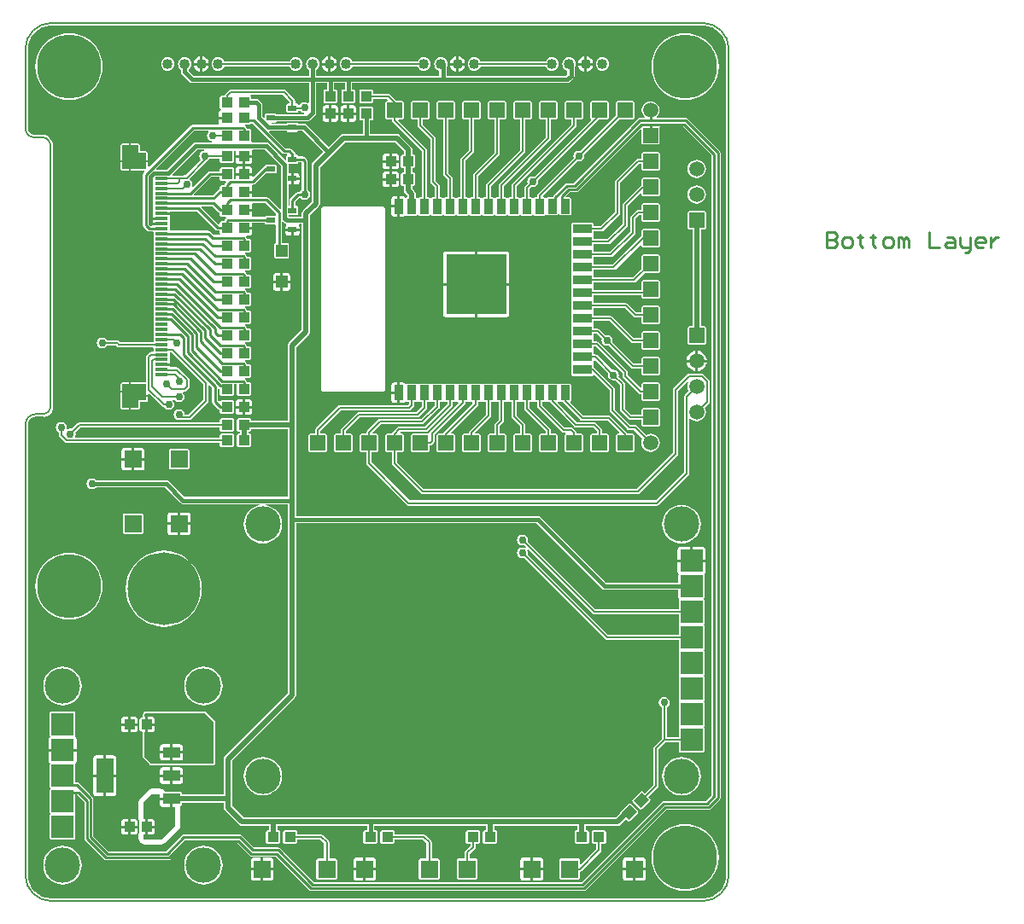
<source format=gbl>
G04 Layer_Physical_Order=2*
G04 Layer_Color=16711680*
%FSLAX25Y25*%
%MOIN*%
G70*
G01*
G75*
%ADD10R,0.04331X0.03937*%
%ADD13C,0.00800*%
%ADD14C,0.02000*%
%ADD15C,0.01500*%
%ADD16C,0.01000*%
%ADD17C,0.00799*%
%ADD18C,0.13780*%
%ADD19R,0.08887X0.08887*%
%ADD20R,0.08807X0.08807*%
%ADD21C,0.05905*%
%ADD22R,0.05905X0.05905*%
%ADD23R,0.05905X0.05905*%
%ADD24C,0.28400*%
%ADD25R,0.06800X0.06800*%
%ADD26R,0.06800X0.06800*%
%ADD27C,0.25000*%
%ADD28C,0.04000*%
%ADD29C,0.03000*%
%ADD30R,0.03347X0.02362*%
%ADD31R,0.06890X0.13780*%
%ADD32R,0.06890X0.04331*%
%ADD33R,0.06890X0.04331*%
%ADD34R,0.03543X0.05905*%
%ADD35R,0.23622X0.23622*%
%ADD36R,0.07480X0.03543*%
%ADD37R,0.07480X0.03543*%
%ADD38R,0.04528X0.04803*%
%ADD39R,0.03937X0.04331*%
G04:AMPARAMS|DCode=40|XSize=39.37mil|YSize=43.31mil|CornerRadius=0mil|HoleSize=0mil|Usage=FLASHONLY|Rotation=135.000|XOffset=0mil|YOffset=0mil|HoleType=Round|Shape=Rectangle|*
%AMROTATEDRECTD40*
4,1,4,0.02923,0.00139,-0.00139,-0.02923,-0.02923,-0.00139,0.00139,0.02923,0.02923,0.00139,0.0*
%
%ADD40ROTATEDRECTD40*%

%ADD41R,0.04724X0.01181*%
%ADD42R,0.05512X0.05512*%
%ADD43C,0.00950*%
G36*
X264500Y218480D02*
Y218480D01*
X264985Y218445D01*
X266254Y218321D01*
X267942Y217809D01*
X269496Y216978D01*
X270859Y215859D01*
X271978Y214496D01*
X272809Y212942D01*
X273321Y211255D01*
X273446Y209986D01*
X273480Y209500D01*
X273480Y209003D01*
X273480Y209002D01*
Y-113500D01*
X273489Y-113543D01*
X273321Y-115254D01*
X272809Y-116942D01*
X271978Y-118496D01*
X270859Y-119859D01*
X269496Y-120978D01*
X267942Y-121809D01*
X266254Y-122320D01*
X264986Y-122445D01*
X264500Y-122480D01*
X264003Y-122480D01*
X264002Y-122480D01*
X10000D01*
X9957Y-122489D01*
X8246Y-122320D01*
X6558Y-121809D01*
X5004Y-120978D01*
X3641Y-119859D01*
X2522Y-118496D01*
X1691Y-116942D01*
X1180Y-115254D01*
X1011Y-113543D01*
X1020Y-113500D01*
Y62700D01*
X1025D01*
X1126Y63470D01*
X1423Y64188D01*
X1896Y64804D01*
X2512Y65277D01*
X3230Y65574D01*
X4000Y65675D01*
Y65680D01*
X4002Y65681D01*
X6998D01*
X7000Y65680D01*
Y65667D01*
X7992Y65798D01*
X8916Y66181D01*
X9710Y66790D01*
X10319Y67584D01*
X10702Y68508D01*
X10833Y69500D01*
X10820D01*
Y171500D01*
X10838D01*
X10687Y172649D01*
X10243Y173719D01*
X9538Y174638D01*
X8619Y175343D01*
X7549Y175787D01*
X6400Y175938D01*
Y175920D01*
X6398Y175919D01*
X3402D01*
X3400Y175920D01*
Y175920D01*
X2932Y175997D01*
X2483Y176086D01*
X1706Y176606D01*
X1186Y177383D01*
X1012Y178261D01*
X1020Y178300D01*
Y209500D01*
X1011Y209543D01*
X1180Y211255D01*
X1691Y212942D01*
X2522Y214496D01*
X3641Y215859D01*
X5004Y216978D01*
X6558Y217809D01*
X8246Y218320D01*
X9514Y218445D01*
X10000Y218480D01*
Y218480D01*
X10002Y218481D01*
X264498D01*
X264500Y218480D01*
D02*
G37*
%LPC*%
G36*
X256063Y31239D02*
X254595Y31094D01*
X253183Y30666D01*
X251882Y29970D01*
X250741Y29034D01*
X249805Y27894D01*
X249110Y26593D01*
X248682Y25181D01*
X248537Y23713D01*
X248682Y22244D01*
X249110Y20832D01*
X249805Y19531D01*
X250741Y18391D01*
X251882Y17455D01*
X253183Y16759D01*
X254595Y16331D01*
X256063Y16187D01*
X257531Y16331D01*
X258943Y16759D01*
X260244Y17455D01*
X261385Y18391D01*
X262321Y19531D01*
X263016Y20832D01*
X263444Y22244D01*
X263589Y23713D01*
X263444Y25181D01*
X263016Y26593D01*
X262321Y27894D01*
X261385Y29034D01*
X260244Y29970D01*
X258943Y30666D01*
X257531Y31094D01*
X256063Y31239D01*
D02*
G37*
G36*
X264443Y14963D02*
X260500D01*
Y10000D01*
X265463D01*
Y13943D01*
X265385Y14333D01*
X265164Y14664D01*
X264833Y14885D01*
X264443Y14963D01*
D02*
G37*
G36*
X259500D02*
X255557D01*
X255167Y14885D01*
X254836Y14664D01*
X254615Y14333D01*
X254537Y13943D01*
Y10000D01*
X259500D01*
Y14963D01*
D02*
G37*
G36*
X59500Y23402D02*
X55580D01*
Y20502D01*
X55658Y20111D01*
X55879Y19781D01*
X56210Y19560D01*
X56600Y19482D01*
X59500D01*
Y23402D01*
D02*
G37*
G36*
Y28321D02*
X56600D01*
X56210Y28243D01*
X55879Y28023D01*
X55658Y27692D01*
X55580Y27302D01*
Y24401D01*
X59500D01*
Y28321D01*
D02*
G37*
G36*
X63400D02*
X60500D01*
Y24401D01*
X64420D01*
Y27302D01*
X64342Y27692D01*
X64121Y28023D01*
X63790Y28243D01*
X63400Y28321D01*
D02*
G37*
G36*
X64420Y23402D02*
X60500D01*
Y19482D01*
X63400D01*
X63790Y19560D01*
X64121Y19781D01*
X64342Y20111D01*
X64420Y20502D01*
Y23402D01*
D02*
G37*
G36*
X45400Y27951D02*
X38600D01*
X38141Y27761D01*
X37951Y27302D01*
Y20502D01*
X38141Y20042D01*
X38600Y19852D01*
X45400D01*
X45859Y20042D01*
X46049Y20502D01*
Y27302D01*
X45859Y27761D01*
X45400Y27951D01*
D02*
G37*
G36*
X17000Y12641D02*
X14944Y12479D01*
X12939Y11997D01*
X11034Y11208D01*
X9276Y10131D01*
X7708Y8792D01*
X6369Y7224D01*
X5292Y5466D01*
X4503Y3561D01*
X4021Y1556D01*
X3859Y-500D01*
X4021Y-2556D01*
X4503Y-4561D01*
X5292Y-6466D01*
X6369Y-8224D01*
X7708Y-9792D01*
X9276Y-11131D01*
X11034Y-12208D01*
X12939Y-12997D01*
X14944Y-13479D01*
X17000Y-13641D01*
X19056Y-13479D01*
X21061Y-12997D01*
X22966Y-12208D01*
X24724Y-11131D01*
X26292Y-9792D01*
X27631Y-8224D01*
X28708Y-6466D01*
X29497Y-4561D01*
X29979Y-2556D01*
X30141Y-500D01*
X29979Y1556D01*
X29497Y3561D01*
X28708Y5466D01*
X27631Y7224D01*
X26292Y8792D01*
X24724Y10131D01*
X22966Y11208D01*
X21061Y11997D01*
X19056Y12479D01*
X17000Y12641D01*
D02*
G37*
G36*
X40154Y-55000D02*
X37469D01*
Y-56468D01*
X37546Y-56859D01*
X37767Y-57189D01*
X38098Y-57411D01*
X38488Y-57488D01*
X40154D01*
Y-55000D01*
D02*
G37*
G36*
X43839D02*
X41154D01*
Y-57488D01*
X42819D01*
X43209Y-57411D01*
X43540Y-57189D01*
X43761Y-56859D01*
X43839Y-56468D01*
Y-55000D01*
D02*
G37*
G36*
X70000Y-49351D02*
X47000D01*
X46541Y-49541D01*
X45941Y-50141D01*
X45751Y-50600D01*
Y-51512D01*
X45503Y-51882D01*
X45181D01*
X44722Y-52072D01*
X44532Y-52531D01*
Y-56468D01*
X44722Y-56928D01*
X45181Y-57118D01*
X45503D01*
X45751Y-57488D01*
Y-67200D01*
X45941Y-67659D01*
X48441Y-70159D01*
X48900Y-70349D01*
X73400D01*
X73859Y-70159D01*
X74049Y-69700D01*
Y-53400D01*
X73859Y-52941D01*
X70459Y-49541D01*
X70000Y-49351D01*
D02*
G37*
G36*
X18903Y-49447D02*
X10097D01*
X9638Y-49637D01*
X9447Y-50097D01*
Y-58903D01*
X9585Y-59236D01*
X9376Y-59376D01*
X9155Y-59706D01*
X9077Y-60097D01*
Y-64000D01*
X14500D01*
X19923D01*
Y-60097D01*
X19845Y-59706D01*
X19624Y-59376D01*
X19415Y-59236D01*
X19553Y-58903D01*
Y-50097D01*
X19363Y-49637D01*
X18903Y-49447D01*
D02*
G37*
G36*
X40154Y-51512D02*
X38488D01*
X38098Y-51590D01*
X37767Y-51810D01*
X37546Y-52141D01*
X37469Y-52531D01*
Y-54000D01*
X40154D01*
Y-51512D01*
D02*
G37*
G36*
X69500Y-31974D02*
X68032Y-32119D01*
X66620Y-32547D01*
X65319Y-33242D01*
X64178Y-34178D01*
X63242Y-35319D01*
X62547Y-36620D01*
X62119Y-38032D01*
X61974Y-39500D01*
X62119Y-40968D01*
X62547Y-42380D01*
X63242Y-43681D01*
X64178Y-44822D01*
X65319Y-45758D01*
X66620Y-46453D01*
X68032Y-46881D01*
X69500Y-47026D01*
X70968Y-46881D01*
X72380Y-46453D01*
X73681Y-45758D01*
X74822Y-44822D01*
X75758Y-43681D01*
X76453Y-42380D01*
X76881Y-40968D01*
X77026Y-39500D01*
X76881Y-38032D01*
X76453Y-36620D01*
X75758Y-35319D01*
X74822Y-34178D01*
X73681Y-33242D01*
X72380Y-32547D01*
X70968Y-32119D01*
X69500Y-31974D01*
D02*
G37*
G36*
X54000Y13346D02*
X51678Y13163D01*
X49412Y12619D01*
X47260Y11728D01*
X45274Y10510D01*
X43503Y8997D01*
X41989Y7226D01*
X40772Y5240D01*
X39881Y3088D01*
X39337Y822D01*
X39154Y-1500D01*
X39337Y-3822D01*
X39881Y-6088D01*
X40772Y-8240D01*
X41989Y-10226D01*
X43503Y-11998D01*
X45274Y-13510D01*
X47260Y-14728D01*
X49412Y-15619D01*
X51678Y-16163D01*
X54000Y-16346D01*
X56322Y-16163D01*
X58588Y-15619D01*
X60740Y-14728D01*
X62726Y-13510D01*
X64498Y-11998D01*
X66010Y-10226D01*
X67228Y-8240D01*
X68119Y-6088D01*
X68663Y-3822D01*
X68846Y-1500D01*
X68663Y822D01*
X68119Y3088D01*
X67228Y5240D01*
X66010Y7226D01*
X64498Y8997D01*
X62726Y10510D01*
X60740Y11728D01*
X58588Y12619D01*
X56322Y13163D01*
X54000Y13346D01*
D02*
G37*
G36*
X42819Y-51512D02*
X41154D01*
Y-54000D01*
X43839D01*
Y-52531D01*
X43761Y-52141D01*
X43540Y-51810D01*
X43209Y-51590D01*
X42819Y-51512D01*
D02*
G37*
G36*
X14500Y-31974D02*
X13032Y-32119D01*
X11620Y-32547D01*
X10319Y-33242D01*
X9178Y-34178D01*
X8242Y-35319D01*
X7547Y-36620D01*
X7119Y-38032D01*
X6974Y-39500D01*
X7119Y-40968D01*
X7547Y-42380D01*
X8242Y-43681D01*
X9178Y-44822D01*
X10319Y-45758D01*
X11620Y-46453D01*
X13032Y-46881D01*
X14500Y-47026D01*
X15968Y-46881D01*
X17380Y-46453D01*
X18681Y-45758D01*
X19822Y-44822D01*
X20758Y-43681D01*
X21453Y-42380D01*
X21881Y-40968D01*
X22026Y-39500D01*
X21881Y-38032D01*
X21453Y-36620D01*
X20758Y-35319D01*
X19822Y-34178D01*
X18681Y-33242D01*
X17380Y-32547D01*
X15968Y-32119D01*
X14500Y-31974D01*
D02*
G37*
G36*
X145158Y74544D02*
X142867D01*
Y72091D01*
X142944Y71701D01*
X143165Y71370D01*
X143496Y71149D01*
X143886Y71071D01*
X145158D01*
Y74544D01*
D02*
G37*
G36*
X139658Y147677D02*
X116158D01*
X115699Y147487D01*
X115509Y147028D01*
Y76028D01*
X115699Y75568D01*
X116158Y75378D01*
X139658D01*
X140117Y75568D01*
X140308Y76028D01*
Y147028D01*
X140117Y147487D01*
X139658Y147677D01*
D02*
G37*
G36*
X84847Y72488D02*
X83181D01*
X82791Y72411D01*
X82460Y72189D01*
X82239Y71859D01*
X82161Y71469D01*
Y70000D01*
X84847D01*
Y72488D01*
D02*
G37*
G36*
X87512D02*
X85847D01*
Y70000D01*
X88531D01*
Y71469D01*
X88454Y71859D01*
X88233Y72189D01*
X87902Y72411D01*
X87512Y72488D01*
D02*
G37*
G36*
X145158Y79016D02*
X143886D01*
X143496Y78939D01*
X143165Y78718D01*
X142944Y78387D01*
X142867Y77997D01*
Y75544D01*
X145158D01*
Y79016D01*
D02*
G37*
G36*
X261500Y91421D02*
X260968Y91351D01*
X260007Y90953D01*
X259181Y90319D01*
X258547Y89493D01*
X258149Y88532D01*
X258079Y88000D01*
X261500D01*
Y91421D01*
D02*
G37*
G36*
X262500Y91421D02*
Y88000D01*
X265921D01*
X265851Y88532D01*
X265453Y89493D01*
X264819Y90319D01*
X263993Y90953D01*
X263032Y91351D01*
X262500Y91421D01*
D02*
G37*
G36*
X265921Y87000D02*
X262500D01*
Y83579D01*
X263032Y83649D01*
X263993Y84047D01*
X264819Y84681D01*
X265453Y85507D01*
X265851Y86468D01*
X265921Y87000D01*
D02*
G37*
G36*
X261500D02*
X258079D01*
X258149Y86468D01*
X258547Y85507D01*
X259181Y84681D01*
X260007Y84047D01*
X260968Y83649D01*
X261500Y83579D01*
Y87000D01*
D02*
G37*
G36*
X63400Y53148D02*
X56600D01*
X56141Y52958D01*
X55951Y52498D01*
Y45698D01*
X56141Y45239D01*
X56600Y45049D01*
X63400D01*
X63859Y45239D01*
X64049Y45698D01*
Y52498D01*
X63859Y52958D01*
X63400Y53148D01*
D02*
G37*
G36*
X41500Y53518D02*
X38600D01*
X38210Y53440D01*
X37879Y53219D01*
X37658Y52889D01*
X37580Y52498D01*
Y49599D01*
X41500D01*
Y53518D01*
D02*
G37*
G36*
Y48599D02*
X37580D01*
Y45698D01*
X37658Y45308D01*
X37879Y44978D01*
X38210Y44756D01*
X38600Y44679D01*
X41500D01*
Y48599D01*
D02*
G37*
G36*
X46420D02*
X42500D01*
Y44679D01*
X45400D01*
X45790Y44756D01*
X46121Y44978D01*
X46342Y45308D01*
X46420Y45698D01*
Y48599D01*
D02*
G37*
G36*
X45400Y53518D02*
X42500D01*
Y49599D01*
X46420D01*
Y52498D01*
X46342Y52889D01*
X46121Y53219D01*
X45790Y53440D01*
X45400Y53518D01*
D02*
G37*
G36*
X84847Y69000D02*
X82161D01*
Y67532D01*
X82239Y67141D01*
X82460Y66811D01*
X82791Y66589D01*
X83181Y66512D01*
X84847D01*
Y69000D01*
D02*
G37*
G36*
X88531D02*
X85847D01*
Y66512D01*
X87512D01*
X87902Y66589D01*
X88233Y66811D01*
X88454Y67141D01*
X88531Y67532D01*
Y69000D01*
D02*
G37*
G36*
X264047Y82472D02*
X258953D01*
X258563Y82395D01*
X258232Y82174D01*
X253059Y77001D01*
X252838Y76670D01*
X252760Y76280D01*
Y51702D01*
X238578Y37520D01*
X155422D01*
X145020Y47922D01*
Y51898D01*
X146953D01*
X147412Y52088D01*
X147602Y52547D01*
Y58453D01*
X147412Y58912D01*
X146953Y59102D01*
X146558D01*
X146309Y59602D01*
X146443Y59780D01*
X156300D01*
X156690Y59858D01*
X157021Y60079D01*
X166379Y69437D01*
X166600Y69768D01*
X166677Y70158D01*
Y71442D01*
X167429D01*
X167886Y71631D01*
X167889Y71632D01*
X168427D01*
X168430Y71631D01*
X168820Y71469D01*
X169038Y70980D01*
X157879Y59821D01*
X157658Y59490D01*
X157630Y59348D01*
X157165Y59058D01*
X157080Y59049D01*
X156953Y59102D01*
X151047D01*
X150588Y58912D01*
X150398Y58453D01*
Y52547D01*
X150588Y52088D01*
X151047Y51898D01*
X156953D01*
X157412Y52088D01*
X157602Y52547D01*
Y54480D01*
X158000D01*
X158390Y54558D01*
X158721Y54779D01*
X159321Y55379D01*
X159542Y55710D01*
X159620Y56100D01*
Y58678D01*
X171379Y70437D01*
X171600Y70768D01*
X171677Y71158D01*
Y71442D01*
X172430D01*
X172886Y71631D01*
X172889Y71632D01*
X173427D01*
X173430Y71631D01*
X173886Y71442D01*
X174304D01*
X174500Y70942D01*
X163279Y59721D01*
X163058Y59390D01*
X163001Y59102D01*
X161047D01*
X160588Y58912D01*
X160398Y58453D01*
Y52547D01*
X160588Y52088D01*
X161047Y51898D01*
X166953D01*
X167412Y52088D01*
X167602Y52547D01*
Y58453D01*
X167412Y58912D01*
X166953Y59102D01*
X166197D01*
X166006Y59564D01*
X176379Y69937D01*
X176600Y70268D01*
X176677Y70658D01*
Y71442D01*
X177429D01*
X177886Y71631D01*
X177889Y71632D01*
X178427D01*
X178429Y71631D01*
X178886Y71442D01*
X179638D01*
Y66580D01*
X173279Y60221D01*
X173058Y59890D01*
X172980Y59500D01*
Y59102D01*
X171047D01*
X170588Y58912D01*
X170398Y58453D01*
Y52547D01*
X170588Y52088D01*
X171047Y51898D01*
X176953D01*
X177412Y52088D01*
X177602Y52547D01*
Y58453D01*
X177412Y58912D01*
X176953Y59102D01*
X175697D01*
X175506Y59564D01*
X181379Y65437D01*
X181600Y65768D01*
X181677Y66158D01*
Y71442D01*
X182430D01*
X182886Y71631D01*
X182889Y71632D01*
X183427D01*
X183430Y71631D01*
X183886Y71442D01*
X184638D01*
Y64580D01*
X183279Y63221D01*
X183058Y62890D01*
X182980Y62500D01*
Y59102D01*
X181047D01*
X180588Y58912D01*
X180398Y58453D01*
Y52547D01*
X180588Y52088D01*
X181047Y51898D01*
X186953D01*
X187412Y52088D01*
X187602Y52547D01*
Y58453D01*
X187412Y58912D01*
X186953Y59102D01*
X185020D01*
Y62078D01*
X186379Y63437D01*
X186600Y63768D01*
X186677Y64158D01*
Y71442D01*
X187429D01*
X187886Y71631D01*
X187889Y71632D01*
X188427D01*
X188429Y71631D01*
X188886Y71442D01*
X189638D01*
Y65842D01*
X189716Y65452D01*
X189937Y65121D01*
X192980Y62078D01*
Y59102D01*
X191047D01*
X190588Y58912D01*
X190398Y58453D01*
Y52547D01*
X190588Y52088D01*
X191047Y51898D01*
X196953D01*
X197412Y52088D01*
X197602Y52547D01*
Y58453D01*
X197412Y58912D01*
X196953Y59102D01*
X195020D01*
Y62500D01*
X194942Y62890D01*
X194721Y63221D01*
X191677Y66264D01*
Y71442D01*
X192429D01*
X192886Y71631D01*
X192889Y71632D01*
X193427D01*
X193430Y71631D01*
X193886Y71442D01*
X194638D01*
Y68842D01*
X194716Y68452D01*
X194937Y68121D01*
X202980Y60078D01*
Y59102D01*
X201047D01*
X200588Y58912D01*
X200398Y58453D01*
Y52547D01*
X200588Y52088D01*
X201047Y51898D01*
X206953D01*
X207412Y52088D01*
X207602Y52547D01*
Y58453D01*
X207412Y58912D01*
X206953Y59102D01*
X205020D01*
Y60500D01*
X204942Y60890D01*
X204721Y61221D01*
X196677Y69265D01*
Y71442D01*
X197430D01*
X197886Y71631D01*
X197889Y71632D01*
X198427D01*
X198430Y71631D01*
X198886Y71442D01*
X199638D01*
Y69842D01*
X199716Y69452D01*
X199937Y69121D01*
X209279Y59779D01*
X209610Y59558D01*
X210000Y59480D01*
X210654D01*
X210753Y58980D01*
X210588Y58912D01*
X210398Y58453D01*
Y52547D01*
X210588Y52088D01*
X211047Y51898D01*
X216953D01*
X217412Y52088D01*
X217602Y52547D01*
Y58453D01*
X217412Y58912D01*
X216953Y59102D01*
X215020D01*
Y59500D01*
X214942Y59890D01*
X214721Y60221D01*
X213721Y61221D01*
X213390Y61442D01*
X213000Y61520D01*
X210422D01*
X201677Y70265D01*
Y71442D01*
X202430D01*
X202886Y71631D01*
X202889Y71632D01*
X203427D01*
X203430Y71631D01*
X203886Y71442D01*
X204698D01*
X204716Y71352D01*
X204937Y71021D01*
X214179Y61779D01*
X214510Y61558D01*
X214900Y61480D01*
X221578D01*
X222980Y60078D01*
Y59102D01*
X221047D01*
X220588Y58912D01*
X220398Y58453D01*
Y52547D01*
X220588Y52088D01*
X221047Y51898D01*
X226953D01*
X227412Y52088D01*
X227602Y52547D01*
Y58453D01*
X227412Y58912D01*
X226953Y59102D01*
X225020D01*
Y60500D01*
X224942Y60890D01*
X224721Y61221D01*
X222721Y63221D01*
X222390Y63442D01*
X222000Y63520D01*
X215322D01*
X207791Y71050D01*
X207889Y71632D01*
X208427D01*
X208430Y71631D01*
X208886Y71442D01*
X209698D01*
X209716Y71352D01*
X209937Y71021D01*
X216579Y64379D01*
X216910Y64158D01*
X217300Y64080D01*
X227278D01*
X231794Y59564D01*
X231603Y59102D01*
X231047D01*
X230588Y58912D01*
X230398Y58453D01*
Y52547D01*
X230588Y52088D01*
X231047Y51898D01*
X236953D01*
X237412Y52088D01*
X237602Y52547D01*
Y58453D01*
X237412Y58912D01*
X236953Y59102D01*
X234960D01*
X234942Y59190D01*
X234721Y59521D01*
X228421Y65821D01*
X228090Y66042D01*
X227700Y66120D01*
X217722D01*
X212791Y71050D01*
X212889Y71632D01*
X213079Y72091D01*
Y77997D01*
X212889Y78456D01*
X212429Y78646D01*
X208886D01*
X208430Y78457D01*
X208427Y78456D01*
X207889D01*
X207886Y78457D01*
X207430Y78646D01*
X203886D01*
X203430Y78457D01*
X203427Y78456D01*
X202889D01*
X202886Y78457D01*
X202430Y78646D01*
X198886D01*
X198430Y78457D01*
X198427Y78456D01*
X197889D01*
X197886Y78457D01*
X197430Y78646D01*
X193886D01*
X193430Y78457D01*
X193427Y78456D01*
X192889D01*
X192886Y78457D01*
X192429Y78646D01*
X188886D01*
X188429Y78457D01*
X188427Y78456D01*
X187889D01*
X187886Y78457D01*
X187429Y78646D01*
X183886D01*
X183430Y78457D01*
X183427Y78456D01*
X182889D01*
X182886Y78457D01*
X182430Y78646D01*
X178886D01*
X178429Y78457D01*
X178427Y78456D01*
X177889D01*
X177886Y78457D01*
X177429Y78646D01*
X173886D01*
X173430Y78457D01*
X173427Y78456D01*
X172889D01*
X172886Y78457D01*
X172430Y78646D01*
X168886D01*
X168430Y78457D01*
X168427Y78456D01*
X167889D01*
X167886Y78457D01*
X167429Y78646D01*
X163886D01*
X163427Y78456D01*
X162889Y78456D01*
X162429Y78646D01*
X158886D01*
X158430Y78457D01*
X158427Y78456D01*
X157889D01*
X157886Y78457D01*
X157430Y78646D01*
X153886D01*
X153429Y78457D01*
X153427Y78456D01*
X152889D01*
X152886Y78457D01*
X152429Y78646D01*
X148886D01*
X148427Y78456D01*
X148150Y78718D01*
X147820Y78939D01*
X147430Y79016D01*
X146158D01*
Y75044D01*
Y71071D01*
X147430D01*
X147820Y71149D01*
X148151Y71370D01*
X148427Y71632D01*
X148886Y71442D01*
X149638D01*
Y70580D01*
X149178Y70120D01*
X122600D01*
X122210Y70042D01*
X121879Y69821D01*
X113279Y61221D01*
X113058Y60890D01*
X112980Y60500D01*
Y59102D01*
X111047D01*
X110588Y58912D01*
X110398Y58453D01*
Y52547D01*
X110588Y52088D01*
X111047Y51898D01*
X116953D01*
X117412Y52088D01*
X117602Y52547D01*
Y58453D01*
X117412Y58912D01*
X116953Y59102D01*
X115020D01*
Y60078D01*
X123022Y68080D01*
X149600D01*
X149990Y68158D01*
X150321Y68379D01*
X151379Y69437D01*
X151600Y69768D01*
X151677Y70158D01*
Y71442D01*
X152429D01*
X152886Y71631D01*
X152889Y71632D01*
X153427D01*
X153429Y71631D01*
X153886Y71442D01*
X154638D01*
Y69580D01*
X152578Y67520D01*
X130000D01*
X129610Y67442D01*
X129279Y67221D01*
X123279Y61221D01*
X123058Y60890D01*
X122980Y60500D01*
Y59102D01*
X121047D01*
X120588Y58912D01*
X120398Y58453D01*
Y52547D01*
X120588Y52088D01*
X121047Y51898D01*
X126953D01*
X127412Y52088D01*
X127602Y52547D01*
Y58453D01*
X127412Y58912D01*
X126953Y59102D01*
X125020D01*
Y60078D01*
X130422Y65480D01*
X153000D01*
X153390Y65558D01*
X153721Y65779D01*
X156379Y68437D01*
X156600Y68768D01*
X156677Y69158D01*
Y71442D01*
X157430D01*
X157886Y71631D01*
X157889Y71632D01*
X158427D01*
X158430Y71631D01*
X158886Y71442D01*
X159638D01*
Y70080D01*
X154378Y64820D01*
X138300D01*
X137910Y64742D01*
X137579Y64521D01*
X133279Y60221D01*
X133058Y59890D01*
X132980Y59500D01*
Y59102D01*
X131047D01*
X130588Y58912D01*
X130398Y58453D01*
Y52547D01*
X130588Y52088D01*
X131047Y51898D01*
X132980D01*
Y47500D01*
X133058Y47110D01*
X133279Y46779D01*
X148779Y31279D01*
X149110Y31058D01*
X149500Y30980D01*
X246500D01*
X246890Y31058D01*
X247221Y31279D01*
X258721Y42779D01*
X258942Y43110D01*
X259020Y43500D01*
Y64815D01*
X259029Y64818D01*
X259520Y64925D01*
X260208Y64397D01*
X261073Y64039D01*
X262000Y63917D01*
X262927Y64039D01*
X263792Y64397D01*
X264534Y64966D01*
X265103Y65708D01*
X265461Y66573D01*
X265583Y67500D01*
X265461Y68427D01*
X265142Y69200D01*
X266721Y70779D01*
X266942Y71110D01*
X267020Y71500D01*
Y79500D01*
X266942Y79890D01*
X266721Y80221D01*
X264768Y82174D01*
X264437Y82395D01*
X264047Y82472D01*
D02*
G37*
G36*
X80819Y65118D02*
X76488D01*
X76029Y64928D01*
X75839Y64468D01*
Y63520D01*
X21000D01*
X20610Y63442D01*
X20279Y63221D01*
X18083Y61025D01*
X17500Y61141D01*
X16681Y60978D01*
X16527Y60875D01*
X16077Y61176D01*
X16141Y61500D01*
X15978Y62319D01*
X15514Y63014D01*
X14819Y63478D01*
X14000Y63641D01*
X13181Y63478D01*
X12486Y63014D01*
X12022Y62319D01*
X11859Y61500D01*
X12022Y60681D01*
X12486Y59986D01*
X12980Y59656D01*
Y58500D01*
X13058Y58110D01*
X13279Y57779D01*
X15279Y55779D01*
X15610Y55558D01*
X16000Y55480D01*
X75839D01*
Y54532D01*
X76029Y54072D01*
X76488Y53882D01*
X80819D01*
X81278Y54072D01*
X81468Y54532D01*
Y58469D01*
X81278Y58928D01*
X80819Y59118D01*
X76488D01*
X76029Y58928D01*
X75839Y58469D01*
Y57520D01*
X19567D01*
X19331Y57961D01*
X19478Y58181D01*
X19641Y59000D01*
X19525Y59583D01*
X21422Y61480D01*
X75839D01*
Y60532D01*
X76029Y60072D01*
X76488Y59882D01*
X80819D01*
X81278Y60072D01*
X81468Y60532D01*
Y64468D01*
X81278Y64928D01*
X80819Y65118D01*
D02*
G37*
G36*
X105512Y-95882D02*
X101181D01*
X100722Y-96072D01*
X100532Y-96531D01*
Y-100469D01*
X100722Y-100928D01*
X101181Y-101118D01*
X105512D01*
X105971Y-100928D01*
X106161Y-100469D01*
Y-99520D01*
X115078D01*
X116579Y-101021D01*
Y-106951D01*
X114198D01*
X113739Y-107141D01*
X113549Y-107600D01*
Y-114400D01*
X113739Y-114859D01*
X114198Y-115049D01*
X120998D01*
X121458Y-114859D01*
X121648Y-114400D01*
Y-107600D01*
X121458Y-107141D01*
X120998Y-106951D01*
X118618D01*
Y-100598D01*
X118540Y-100208D01*
X118319Y-99878D01*
X116221Y-97779D01*
X115890Y-97558D01*
X115500Y-97480D01*
X106161D01*
Y-96531D01*
X105971Y-96072D01*
X105512Y-95882D01*
D02*
G37*
G36*
X143512D02*
X139181D01*
X138722Y-96072D01*
X138532Y-96531D01*
Y-100469D01*
X138722Y-100928D01*
X139181Y-101118D01*
X143512D01*
X143971Y-100928D01*
X144161Y-100469D01*
Y-99520D01*
X155078D01*
X156579Y-101021D01*
Y-106951D01*
X154198D01*
X153739Y-107141D01*
X153549Y-107600D01*
Y-114400D01*
X153739Y-114859D01*
X154198Y-115049D01*
X160998D01*
X161458Y-114859D01*
X161648Y-114400D01*
Y-107600D01*
X161458Y-107141D01*
X160998Y-106951D01*
X158618D01*
Y-100598D01*
X158540Y-100208D01*
X158319Y-99878D01*
X156221Y-97779D01*
X155890Y-97558D01*
X155500Y-97480D01*
X144161D01*
Y-96531D01*
X143971Y-96072D01*
X143512Y-95882D01*
D02*
G37*
G36*
X237098Y-111500D02*
X233179D01*
Y-114400D01*
X233257Y-114790D01*
X233477Y-115121D01*
X233808Y-115342D01*
X234198Y-115420D01*
X237098D01*
Y-111500D01*
D02*
G37*
G36*
X242018D02*
X238098D01*
Y-115420D01*
X240998D01*
X241389Y-115342D01*
X241719Y-115121D01*
X241940Y-114790D01*
X242018Y-114400D01*
Y-111500D01*
D02*
G37*
G36*
X176819Y-95882D02*
X172488D01*
X172029Y-96072D01*
X171839Y-96531D01*
Y-100469D01*
X172029Y-100928D01*
X172488Y-101118D01*
X173634D01*
Y-101924D01*
X171681Y-103877D01*
X171460Y-104208D01*
X171382Y-104598D01*
Y-106951D01*
X169002D01*
X168542Y-107141D01*
X168352Y-107600D01*
Y-114400D01*
X168542Y-114859D01*
X169002Y-115049D01*
X175802D01*
X176261Y-114859D01*
X176451Y-114400D01*
Y-107600D01*
X176261Y-107141D01*
X175802Y-106951D01*
X173421D01*
Y-105021D01*
X175374Y-103067D01*
X175595Y-102737D01*
X175673Y-102347D01*
Y-101118D01*
X176819D01*
X177278Y-100928D01*
X177468Y-100469D01*
Y-96531D01*
X177278Y-96072D01*
X176819Y-95882D01*
D02*
G37*
G36*
X135802Y-106580D02*
X132902D01*
Y-110500D01*
X136821D01*
Y-107600D01*
X136744Y-107210D01*
X136522Y-106879D01*
X136192Y-106658D01*
X135802Y-106580D01*
D02*
G37*
G36*
X95802D02*
X92902D01*
Y-110500D01*
X96821D01*
Y-107600D01*
X96744Y-107210D01*
X96522Y-106879D01*
X96192Y-106658D01*
X95802Y-106580D01*
D02*
G37*
G36*
X131902D02*
X129002D01*
X128611Y-106658D01*
X128281Y-106879D01*
X128060Y-107210D01*
X127982Y-107600D01*
Y-110500D01*
X131902D01*
Y-106580D01*
D02*
G37*
G36*
X91902D02*
X89002D01*
X88611Y-106658D01*
X88281Y-106879D01*
X88060Y-107210D01*
X87982Y-107600D01*
Y-110500D01*
X91902D01*
Y-106580D01*
D02*
G37*
G36*
X69500Y-101974D02*
X68032Y-102119D01*
X66620Y-102547D01*
X65319Y-103242D01*
X64178Y-104178D01*
X63242Y-105319D01*
X62547Y-106620D01*
X62119Y-108032D01*
X61974Y-109500D01*
X62119Y-110968D01*
X62547Y-112380D01*
X63242Y-113681D01*
X64178Y-114822D01*
X65319Y-115758D01*
X66620Y-116453D01*
X68032Y-116881D01*
X69500Y-117026D01*
X70968Y-116881D01*
X72380Y-116453D01*
X73681Y-115758D01*
X74822Y-114822D01*
X75758Y-113681D01*
X76453Y-112380D01*
X76881Y-110968D01*
X77026Y-109500D01*
X76881Y-108032D01*
X76453Y-106620D01*
X75758Y-105319D01*
X74822Y-104178D01*
X73681Y-103242D01*
X72380Y-102547D01*
X70968Y-102119D01*
X69500Y-101974D01*
D02*
G37*
G36*
X91902Y-111500D02*
X87982D01*
Y-114400D01*
X88060Y-114790D01*
X88281Y-115121D01*
X88611Y-115342D01*
X89002Y-115420D01*
X91902D01*
Y-111500D01*
D02*
G37*
G36*
X257500Y-93360D02*
X255444Y-93521D01*
X253439Y-94003D01*
X251534Y-94792D01*
X249776Y-95869D01*
X248208Y-97208D01*
X246869Y-98776D01*
X245792Y-100534D01*
X245003Y-102439D01*
X244521Y-104444D01*
X244359Y-106500D01*
X244521Y-108556D01*
X245003Y-110561D01*
X245792Y-112466D01*
X246869Y-114224D01*
X248208Y-115792D01*
X249776Y-117131D01*
X251534Y-118208D01*
X253439Y-118997D01*
X255444Y-119479D01*
X257500Y-119641D01*
X259556Y-119479D01*
X261561Y-118997D01*
X263466Y-118208D01*
X265224Y-117131D01*
X266792Y-115792D01*
X268131Y-114224D01*
X269208Y-112466D01*
X269997Y-110561D01*
X270479Y-108556D01*
X270640Y-106500D01*
X270479Y-104444D01*
X269997Y-102439D01*
X269208Y-100534D01*
X268131Y-98776D01*
X266792Y-97208D01*
X265224Y-95869D01*
X263466Y-94792D01*
X261561Y-94003D01*
X259556Y-93521D01*
X257500Y-93360D01*
D02*
G37*
G36*
X14500Y-101974D02*
X13032Y-102119D01*
X11620Y-102547D01*
X10319Y-103242D01*
X9178Y-104178D01*
X8242Y-105319D01*
X7547Y-106620D01*
X7119Y-108032D01*
X6974Y-109500D01*
X7119Y-110968D01*
X7547Y-112380D01*
X8242Y-113681D01*
X9178Y-114822D01*
X10319Y-115758D01*
X11620Y-116453D01*
X13032Y-116881D01*
X14500Y-117026D01*
X15968Y-116881D01*
X17380Y-116453D01*
X18681Y-115758D01*
X19822Y-114822D01*
X20758Y-113681D01*
X21453Y-112380D01*
X21881Y-110968D01*
X22026Y-109500D01*
X21881Y-108032D01*
X21453Y-106620D01*
X20758Y-105319D01*
X19822Y-104178D01*
X18681Y-103242D01*
X17380Y-102547D01*
X15968Y-102119D01*
X14500Y-101974D01*
D02*
G37*
G36*
X96821Y-111500D02*
X92902D01*
Y-115420D01*
X95802D01*
X96192Y-115342D01*
X96522Y-115121D01*
X96744Y-114790D01*
X96821Y-114400D01*
Y-111500D01*
D02*
G37*
G36*
X197098Y-111500D02*
X193179D01*
Y-114400D01*
X193256Y-114790D01*
X193477Y-115121D01*
X193808Y-115342D01*
X194198Y-115420D01*
X197098D01*
Y-111500D01*
D02*
G37*
G36*
X202018D02*
X198098D01*
Y-115420D01*
X200998D01*
X201389Y-115342D01*
X201719Y-115121D01*
X201940Y-114790D01*
X202018Y-114400D01*
Y-111500D01*
D02*
G37*
G36*
X131902Y-111500D02*
X127982D01*
Y-114400D01*
X128060Y-114790D01*
X128281Y-115121D01*
X128611Y-115342D01*
X129002Y-115420D01*
X131902D01*
Y-111500D01*
D02*
G37*
G36*
X136821D02*
X132902D01*
Y-115420D01*
X135802D01*
X136192Y-115342D01*
X136522Y-115121D01*
X136744Y-114790D01*
X136821Y-114400D01*
Y-111500D01*
D02*
G37*
G36*
X197098Y-106580D02*
X194198D01*
X193808Y-106658D01*
X193477Y-106879D01*
X193256Y-107210D01*
X193179Y-107600D01*
Y-110500D01*
X197098D01*
Y-106580D01*
D02*
G37*
G36*
X256063Y-67187D02*
X254595Y-67331D01*
X253183Y-67760D01*
X251882Y-68455D01*
X250741Y-69391D01*
X249805Y-70531D01*
X249110Y-71833D01*
X248682Y-73244D01*
X248537Y-74713D01*
X248682Y-76181D01*
X249110Y-77593D01*
X249805Y-78894D01*
X250741Y-80034D01*
X251882Y-80970D01*
X253183Y-81666D01*
X254595Y-82094D01*
X256063Y-82239D01*
X257531Y-82094D01*
X258943Y-81666D01*
X260244Y-80970D01*
X261385Y-80034D01*
X262321Y-78894D01*
X263016Y-77593D01*
X263444Y-76181D01*
X263589Y-74713D01*
X263444Y-73244D01*
X263016Y-71833D01*
X262321Y-70531D01*
X261385Y-69391D01*
X260244Y-68455D01*
X258943Y-67760D01*
X257531Y-67331D01*
X256063Y-67187D01*
D02*
G37*
G36*
X56492Y-75000D02*
X52528D01*
Y-76665D01*
X52605Y-77056D01*
X52826Y-77386D01*
X53157Y-77607D01*
X53547Y-77685D01*
X56492D01*
Y-75000D01*
D02*
G37*
G36*
X35472Y-75000D02*
X31508D01*
Y-82409D01*
X34453D01*
X34843Y-82332D01*
X35174Y-82111D01*
X35395Y-81780D01*
X35472Y-81390D01*
Y-75000D01*
D02*
G37*
G36*
X92677Y-67187D02*
X91209Y-67331D01*
X89797Y-67760D01*
X88496Y-68455D01*
X87356Y-69391D01*
X86419Y-70531D01*
X85724Y-71833D01*
X85296Y-73244D01*
X85151Y-74713D01*
X85296Y-76181D01*
X85724Y-77593D01*
X86419Y-78894D01*
X87356Y-80034D01*
X88496Y-80970D01*
X89797Y-81666D01*
X91209Y-82094D01*
X92677Y-82239D01*
X94145Y-82094D01*
X95557Y-81666D01*
X96858Y-80970D01*
X97999Y-80034D01*
X98935Y-78894D01*
X99630Y-77593D01*
X100059Y-76181D01*
X100203Y-74713D01*
X100059Y-73244D01*
X99630Y-71833D01*
X98935Y-70531D01*
X97999Y-69391D01*
X96858Y-68455D01*
X95557Y-67760D01*
X94145Y-67331D01*
X92677Y-67187D01*
D02*
G37*
G36*
X61457Y-75000D02*
X57492D01*
Y-77685D01*
X60437D01*
X60827Y-77607D01*
X61158Y-77386D01*
X61379Y-77056D01*
X61457Y-76665D01*
Y-75000D01*
D02*
G37*
G36*
X30508Y-66591D02*
X27563D01*
X27173Y-66668D01*
X26842Y-66889D01*
X26621Y-67220D01*
X26543Y-67610D01*
Y-74000D01*
X30508D01*
Y-66591D01*
D02*
G37*
G36*
X34453D02*
X31508D01*
Y-74000D01*
X35472D01*
Y-67610D01*
X35395Y-67220D01*
X35174Y-66889D01*
X34843Y-66668D01*
X34453Y-66591D01*
D02*
G37*
G36*
X56492Y-71315D02*
X53547D01*
X53157Y-71393D01*
X52826Y-71614D01*
X52605Y-71944D01*
X52528Y-72335D01*
Y-74000D01*
X56492D01*
Y-71315D01*
D02*
G37*
G36*
X60437D02*
X57492D01*
Y-74000D01*
X61457D01*
Y-72335D01*
X61379Y-71944D01*
X61158Y-71614D01*
X60827Y-71393D01*
X60437Y-71315D01*
D02*
G37*
G36*
X240998Y-106580D02*
X238098D01*
Y-110500D01*
X242018D01*
Y-107600D01*
X241940Y-107210D01*
X241719Y-106879D01*
X241389Y-106658D01*
X240998Y-106580D01*
D02*
G37*
G36*
X226012Y-95882D02*
X221681D01*
X221222Y-96072D01*
X221032Y-96531D01*
Y-100469D01*
X221222Y-100928D01*
X221681Y-101118D01*
X222827D01*
Y-103231D01*
X216913Y-109145D01*
X216451Y-108954D01*
Y-107600D01*
X216261Y-107141D01*
X215802Y-106951D01*
X209002D01*
X208542Y-107141D01*
X208352Y-107600D01*
Y-114400D01*
X208542Y-114859D01*
X209002Y-115049D01*
X215802D01*
X216261Y-114859D01*
X216451Y-114400D01*
Y-112020D01*
X216500D01*
X216890Y-111942D01*
X217221Y-111721D01*
X224567Y-104375D01*
X224788Y-104044D01*
X224866Y-103654D01*
Y-101118D01*
X226012D01*
X226471Y-100928D01*
X226661Y-100469D01*
Y-96531D01*
X226471Y-96072D01*
X226012Y-95882D01*
D02*
G37*
G36*
X200998Y-106580D02*
X198098D01*
Y-110500D01*
X202018D01*
Y-107600D01*
X201940Y-107210D01*
X201719Y-106879D01*
X201389Y-106658D01*
X200998Y-106580D01*
D02*
G37*
G36*
X237098D02*
X234198D01*
X233808Y-106658D01*
X233477Y-106879D01*
X233257Y-107210D01*
X233179Y-107600D01*
Y-110500D01*
X237098D01*
Y-106580D01*
D02*
G37*
G36*
X40154Y-95000D02*
X37469D01*
Y-96469D01*
X37546Y-96859D01*
X37767Y-97189D01*
X38098Y-97411D01*
X38488Y-97488D01*
X40154D01*
Y-95000D01*
D02*
G37*
G36*
X42819Y-91512D02*
X41154D01*
Y-94000D01*
X43839D01*
Y-92532D01*
X43761Y-92141D01*
X43540Y-91811D01*
X43209Y-91589D01*
X42819Y-91512D01*
D02*
G37*
G36*
X30508Y-75000D02*
X26543D01*
Y-81390D01*
X26621Y-81780D01*
X26842Y-82111D01*
X27173Y-82332D01*
X27563Y-82409D01*
X30508D01*
Y-75000D01*
D02*
G37*
G36*
X43839Y-95000D02*
X41154D01*
Y-97488D01*
X42819D01*
X43209Y-97411D01*
X43540Y-97189D01*
X43761Y-96859D01*
X43839Y-96469D01*
Y-95000D01*
D02*
G37*
G36*
X40154Y-91512D02*
X38488D01*
X38098Y-91589D01*
X37767Y-91811D01*
X37546Y-92141D01*
X37469Y-92532D01*
Y-94000D01*
X40154D01*
Y-91512D01*
D02*
G37*
G36*
X142154Y168488D02*
X140488D01*
X140098Y168411D01*
X139767Y168190D01*
X139546Y167859D01*
X139469Y167469D01*
Y166000D01*
X142154D01*
Y168488D01*
D02*
G37*
G36*
X144819D02*
X143154D01*
Y166000D01*
X145838D01*
Y167469D01*
X145761Y167859D01*
X145540Y168190D01*
X145209Y168411D01*
X144819Y168488D01*
D02*
G37*
G36*
X68130Y206460D02*
X67847Y206423D01*
X67117Y206120D01*
X66490Y205640D01*
X66009Y205013D01*
X65707Y204283D01*
X65670Y204000D01*
X68130D01*
Y206460D01*
D02*
G37*
G36*
X225224Y206122D02*
X224546Y206033D01*
X223913Y205771D01*
X223370Y205354D01*
X222953Y204811D01*
X222691Y204179D01*
X222602Y203500D01*
X222691Y202821D01*
X222953Y202189D01*
X223370Y201646D01*
X223913Y201229D01*
X224546Y200967D01*
X225224Y200878D01*
X225903Y200967D01*
X226536Y201229D01*
X227079Y201646D01*
X227496Y202189D01*
X227758Y202821D01*
X227847Y203500D01*
X227758Y204179D01*
X227496Y204811D01*
X227079Y205354D01*
X226536Y205771D01*
X225903Y206033D01*
X225224Y206122D01*
D02*
G37*
G36*
X125500Y183654D02*
X123012D01*
Y181988D01*
X123090Y181598D01*
X123310Y181267D01*
X123641Y181046D01*
X124031Y180969D01*
X125500D01*
Y183654D01*
D02*
G37*
G36*
X128988D02*
X126500D01*
Y180969D01*
X127969D01*
X128359Y181046D01*
X128690Y181267D01*
X128911Y181598D01*
X128988Y181988D01*
Y183654D01*
D02*
G37*
G36*
X118500D02*
X116012D01*
Y181988D01*
X116089Y181598D01*
X116311Y181267D01*
X116641Y181046D01*
X117032Y180969D01*
X118500D01*
Y183654D01*
D02*
G37*
G36*
X121988D02*
X119500D01*
Y180969D01*
X120968D01*
X121359Y181046D01*
X121689Y181267D01*
X121911Y181598D01*
X121988Y181988D01*
Y183654D01*
D02*
G37*
G36*
X145838Y165000D02*
X143154D01*
Y162512D01*
X144819D01*
X145209Y162590D01*
X145540Y162811D01*
X145761Y163141D01*
X145838Y163531D01*
Y165000D01*
D02*
G37*
G36*
X169130Y206460D02*
Y204000D01*
X171590D01*
X171553Y204283D01*
X171250Y205013D01*
X170770Y205640D01*
X170143Y206120D01*
X169413Y206423D01*
X169130Y206460D01*
D02*
G37*
G36*
X218130D02*
X217847Y206423D01*
X217117Y206120D01*
X216490Y205640D01*
X216009Y205013D01*
X215707Y204283D01*
X215670Y204000D01*
X218130D01*
Y206460D01*
D02*
G37*
G36*
X142154Y165000D02*
X139469D01*
Y163531D01*
X139546Y163141D01*
X139767Y162811D01*
X140098Y162590D01*
X140488Y162512D01*
X142154D01*
Y165000D01*
D02*
G37*
G36*
X118130Y206460D02*
X117847Y206423D01*
X117117Y206120D01*
X116490Y205640D01*
X116009Y205013D01*
X115707Y204283D01*
X115670Y204000D01*
X118130D01*
Y206460D01*
D02*
G37*
G36*
X69130D02*
Y204000D01*
X71590D01*
X71553Y204283D01*
X71250Y205013D01*
X70770Y205640D01*
X70143Y206120D01*
X69413Y206423D01*
X69130Y206460D01*
D02*
G37*
G36*
X168130D02*
X167847Y206423D01*
X167117Y206120D01*
X166490Y205640D01*
X166009Y205013D01*
X165707Y204283D01*
X165670Y204000D01*
X168130D01*
Y206460D01*
D02*
G37*
G36*
X119130D02*
Y204000D01*
X121590D01*
X121553Y204283D01*
X121250Y205013D01*
X120770Y205640D01*
X120143Y206120D01*
X119413Y206423D01*
X119130Y206460D01*
D02*
G37*
G36*
X68130Y203000D02*
X65670D01*
X65707Y202717D01*
X66009Y201987D01*
X66490Y201360D01*
X67117Y200880D01*
X67847Y200577D01*
X68130Y200540D01*
Y203000D01*
D02*
G37*
G36*
X71590D02*
X69130D01*
Y200540D01*
X69413Y200577D01*
X70143Y200880D01*
X70770Y201360D01*
X71250Y201987D01*
X71553Y202717D01*
X71590Y203000D01*
D02*
G37*
G36*
X257500Y215640D02*
X255444Y215479D01*
X253439Y214997D01*
X251534Y214208D01*
X249776Y213131D01*
X248208Y211792D01*
X246869Y210224D01*
X245792Y208466D01*
X245003Y206561D01*
X244521Y204556D01*
X244359Y202500D01*
X244521Y200444D01*
X245003Y198439D01*
X245792Y196534D01*
X246869Y194776D01*
X248208Y193208D01*
X249776Y191869D01*
X251534Y190792D01*
X253439Y190003D01*
X255444Y189521D01*
X257500Y189359D01*
X259556Y189521D01*
X261561Y190003D01*
X263466Y190792D01*
X265224Y191869D01*
X266792Y193208D01*
X268131Y194776D01*
X269208Y196534D01*
X269997Y198439D01*
X270479Y200444D01*
X270640Y202500D01*
X270479Y204556D01*
X269997Y206561D01*
X269208Y208466D01*
X268131Y210224D01*
X266792Y211792D01*
X265224Y213131D01*
X263466Y214208D01*
X261561Y214997D01*
X259556Y215479D01*
X257500Y215640D01*
D02*
G37*
G36*
X212134Y206122D02*
X211455Y206033D01*
X210823Y205771D01*
X210279Y205354D01*
X209863Y204811D01*
X209601Y204179D01*
X209511Y203500D01*
X209601Y202821D01*
X209863Y202189D01*
X210279Y201646D01*
X210823Y201229D01*
X211455Y200967D01*
X211545Y200955D01*
Y199491D01*
X210930Y198876D01*
X164298D01*
Y202049D01*
X164405Y202189D01*
X164667Y202821D01*
X164756Y203500D01*
X164667Y204179D01*
X164405Y204811D01*
X163988Y205354D01*
X163445Y205771D01*
X162813Y206033D01*
X162134Y206122D01*
X161455Y206033D01*
X160823Y205771D01*
X160280Y205354D01*
X159863Y204811D01*
X159601Y204179D01*
X159511Y203500D01*
X159601Y202821D01*
X159863Y202189D01*
X160280Y201646D01*
X160823Y201229D01*
X161455Y200967D01*
X161545Y200955D01*
Y198876D01*
X113510D01*
Y201279D01*
X113988Y201646D01*
X114405Y202189D01*
X114667Y202821D01*
X114756Y203500D01*
X114667Y204179D01*
X114405Y204811D01*
X113988Y205354D01*
X113445Y205771D01*
X112813Y206033D01*
X112134Y206122D01*
X111455Y206033D01*
X110823Y205771D01*
X110280Y205354D01*
X109863Y204811D01*
X109601Y204179D01*
X109511Y203500D01*
X109601Y202821D01*
X109863Y202189D01*
X110280Y201646D01*
X110757Y201279D01*
Y198876D01*
X65570D01*
X63617Y200829D01*
X63643Y201381D01*
X63988Y201646D01*
X64405Y202189D01*
X64667Y202821D01*
X64756Y203500D01*
X64667Y204179D01*
X64405Y204811D01*
X63988Y205354D01*
X63445Y205771D01*
X62813Y206033D01*
X62134Y206122D01*
X61455Y206033D01*
X60823Y205771D01*
X60280Y205354D01*
X59863Y204811D01*
X59601Y204179D01*
X59511Y203500D01*
X59601Y202821D01*
X59863Y202189D01*
X60280Y201646D01*
X60757Y201279D01*
Y200366D01*
X60862Y199839D01*
X61161Y199393D01*
X64027Y196527D01*
X64027Y196527D01*
X64473Y196228D01*
X65000Y196124D01*
X110624D01*
Y188542D01*
X110124Y188275D01*
X109819Y188478D01*
X109000Y188641D01*
X108181Y188478D01*
X107486Y188014D01*
X107055Y187369D01*
X106849Y187357D01*
X106735Y187382D01*
X106547Y187440D01*
X106365Y187881D01*
X105905Y188071D01*
X105252D01*
Y189268D01*
X105174Y189658D01*
X104953Y189989D01*
X101721Y193221D01*
X101390Y193442D01*
X101000Y193520D01*
X80000D01*
X79610Y193442D01*
X79279Y193221D01*
X77933Y191875D01*
X77712Y191544D01*
X77634Y191154D01*
Y191118D01*
X76488D01*
X76029Y190928D01*
X75839Y190469D01*
Y186531D01*
X76029Y186072D01*
X76299Y185960D01*
X76248Y185440D01*
X76098Y185410D01*
X75767Y185189D01*
X75546Y184859D01*
X75469Y184468D01*
Y183000D01*
X78654D01*
Y182000D01*
X75469D01*
Y180532D01*
X75528Y180232D01*
X75353Y179900D01*
X75218Y179732D01*
X65321D01*
X65321Y179732D01*
X64892Y179647D01*
X64528Y179403D01*
X48281Y163156D01*
X47819Y163347D01*
Y168728D01*
X47169Y169378D01*
X44669D01*
Y171878D01*
X44020Y172527D01*
X37721D01*
X37071Y171878D01*
Y162429D01*
X37383Y162117D01*
X37393Y162102D01*
X37409Y162092D01*
X37721Y161780D01*
X46251D01*
X46442Y161318D01*
X46207Y161082D01*
X45964Y160719D01*
X45878Y160289D01*
X45878Y160289D01*
Y140500D01*
X45878Y140500D01*
X45964Y140071D01*
X46207Y139707D01*
X47506Y138408D01*
X47870Y138165D01*
X48299Y138079D01*
X48299Y138079D01*
X49892D01*
X50063Y137823D01*
Y136642D01*
X50226Y136248D01*
X50063Y135854D01*
Y134673D01*
X50226Y134280D01*
X50063Y133886D01*
Y132705D01*
X50226Y132311D01*
X50063Y131917D01*
Y130736D01*
X50226Y130342D01*
X50063Y129949D01*
Y128768D01*
X50226Y128374D01*
X50063Y127980D01*
Y126799D01*
X50226Y126406D01*
X50063Y126012D01*
Y124831D01*
X50226Y124437D01*
X50063Y124043D01*
Y122862D01*
X50226Y122468D01*
X50063Y122075D01*
Y120894D01*
X50226Y120500D01*
X50063Y120106D01*
Y118925D01*
X50226Y118532D01*
X50063Y118138D01*
Y116957D01*
X50226Y116563D01*
X50063Y116169D01*
Y114988D01*
X50226Y114594D01*
X50063Y114201D01*
Y113020D01*
X50226Y112626D01*
X50063Y112232D01*
Y111051D01*
X50226Y110658D01*
X50063Y110264D01*
Y109083D01*
X50226Y108689D01*
X50063Y108295D01*
Y107114D01*
X50226Y106720D01*
X50063Y106327D01*
Y105146D01*
X50226Y104752D01*
X50063Y104358D01*
Y103177D01*
X50226Y102784D01*
X50063Y102390D01*
Y101209D01*
X50226Y100815D01*
X50063Y100421D01*
Y99240D01*
X50226Y98847D01*
X50063Y98453D01*
Y97272D01*
X50226Y96878D01*
X50063Y96484D01*
Y95303D01*
X49824Y94945D01*
X36997D01*
X36721Y95221D01*
X36390Y95442D01*
X36000Y95520D01*
X31844D01*
X31514Y96014D01*
X30819Y96478D01*
X30000Y96641D01*
X29181Y96478D01*
X28486Y96014D01*
X28022Y95319D01*
X27859Y94500D01*
X28022Y93681D01*
X28486Y92986D01*
X29181Y92522D01*
X30000Y92359D01*
X30819Y92522D01*
X31514Y92986D01*
X31844Y93480D01*
X35578D01*
X35854Y93204D01*
X36185Y92983D01*
X36575Y92906D01*
X49824D01*
X50063Y92547D01*
Y91366D01*
X49824Y91008D01*
X48988D01*
X48598Y90930D01*
X48267Y90709D01*
X47448Y89890D01*
X47227Y89560D01*
X47150Y89169D01*
Y79220D01*
X37721D01*
X37409Y78908D01*
X37393Y78898D01*
X37383Y78883D01*
X37071Y78571D01*
Y69122D01*
X37721Y68473D01*
X44020D01*
X44669Y69122D01*
Y71622D01*
X47900D01*
Y74505D01*
X48362Y74696D01*
X53279Y69779D01*
X53610Y69558D01*
X54000Y69480D01*
X54156D01*
X54486Y68986D01*
X55181Y68522D01*
X56000Y68359D01*
X56819Y68522D01*
X57514Y68986D01*
X57978Y69681D01*
X58141Y70500D01*
X57978Y71319D01*
X57537Y71980D01*
X57575Y72156D01*
X57695Y72431D01*
X58178Y72448D01*
X58486Y71986D01*
X59181Y71522D01*
X60000Y71359D01*
X60819Y71522D01*
X61514Y71986D01*
X61978Y72681D01*
X62141Y73500D01*
X61978Y74319D01*
X61537Y74980D01*
X61575Y75156D01*
X61716Y75480D01*
X62000D01*
X62390Y75558D01*
X62721Y75779D01*
X63721Y76779D01*
X63942Y77110D01*
X64020Y77500D01*
Y80036D01*
X63942Y80426D01*
X63721Y80756D01*
X59756Y84721D01*
X59426Y84942D01*
X59035Y85020D01*
X56879D01*
X56457Y85461D01*
Y85551D01*
X53075D01*
Y86453D01*
X53961Y86551D01*
X56457D01*
Y86642D01*
X56391Y86970D01*
X56421Y87000D01*
X56358Y87063D01*
X56326Y87111D01*
Y90937D01*
X57000D01*
X69480Y78456D01*
Y72422D01*
X63578Y66520D01*
X62137D01*
X61978Y67319D01*
X61514Y68014D01*
X60819Y68478D01*
X60000Y68641D01*
X59181Y68478D01*
X58486Y68014D01*
X58022Y67319D01*
X57859Y66500D01*
X58022Y65681D01*
X58486Y64986D01*
X59181Y64522D01*
X60000Y64359D01*
X60611Y64480D01*
X64000D01*
X64390Y64558D01*
X64721Y64779D01*
X71221Y71279D01*
X71442Y71610D01*
X71520Y72000D01*
Y77741D01*
X71982Y77932D01*
X72878Y77035D01*
Y71500D01*
X72878Y71500D01*
X72964Y71071D01*
X73207Y70707D01*
X75207Y68707D01*
X75207Y68707D01*
X75571Y68464D01*
X75839Y68410D01*
Y67532D01*
X76029Y67072D01*
X76488Y66882D01*
X80819D01*
X81278Y67072D01*
X81468Y67532D01*
Y71469D01*
X81278Y71928D01*
X80819Y72118D01*
X76488D01*
X76029Y71928D01*
X75985Y71822D01*
X75519Y71722D01*
X75122Y72070D01*
Y76468D01*
X75622Y76744D01*
X75839Y76607D01*
Y74532D01*
X76029Y74072D01*
X76488Y73882D01*
X80819D01*
X81278Y74072D01*
X81468Y74532D01*
Y78447D01*
X82532D01*
Y74532D01*
X82722Y74072D01*
X83181Y73882D01*
X87512D01*
X87971Y74072D01*
X88161Y74532D01*
Y78469D01*
X87971Y78928D01*
X87512Y79118D01*
X86468D01*
Y79154D01*
X86383Y79583D01*
X86140Y79947D01*
X86140Y79947D01*
X85725Y80362D01*
X85694Y80382D01*
X85846Y80882D01*
X87512D01*
X87971Y81072D01*
X88161Y81532D01*
Y85469D01*
X87971Y85928D01*
X87512Y86118D01*
X86468D01*
Y86154D01*
X86383Y86583D01*
X86140Y86947D01*
X86140Y86947D01*
X85725Y87362D01*
X85694Y87382D01*
X85846Y87882D01*
X87512D01*
X87971Y88072D01*
X88161Y88532D01*
Y92469D01*
X87971Y92928D01*
X87512Y93118D01*
X86468D01*
Y93154D01*
X86383Y93583D01*
X86140Y93947D01*
X86140Y93947D01*
X85725Y94362D01*
X85694Y94382D01*
X85846Y94882D01*
X87512D01*
X87971Y95072D01*
X88161Y95531D01*
Y99468D01*
X87971Y99928D01*
X87512Y100118D01*
X86468D01*
Y100154D01*
X86383Y100583D01*
X86140Y100947D01*
X86140Y100947D01*
X85725Y101362D01*
X85694Y101382D01*
X85846Y101882D01*
X87512D01*
X87971Y102072D01*
X88161Y102532D01*
Y106468D01*
X87971Y106928D01*
X87512Y107118D01*
X86946D01*
X86468Y107153D01*
X86383Y107583D01*
X86140Y107947D01*
X85725Y108362D01*
X85694Y108382D01*
X85846Y108882D01*
X87512D01*
X87971Y109072D01*
X88161Y109531D01*
Y113469D01*
X87971Y113928D01*
X87512Y114118D01*
X86946D01*
X86468Y114154D01*
X86383Y114583D01*
X86140Y114947D01*
X85725Y115362D01*
X85694Y115382D01*
X85846Y115882D01*
X87512D01*
X87971Y116072D01*
X88161Y116532D01*
Y120468D01*
X87971Y120928D01*
X87512Y121118D01*
X86462D01*
X86383Y121514D01*
X86140Y121878D01*
X86140Y121878D01*
X85656Y122362D01*
X85625Y122382D01*
X85777Y122882D01*
X87512D01*
X87971Y123072D01*
X88161Y123531D01*
Y127469D01*
X87971Y127928D01*
X87512Y128118D01*
X86946D01*
X86468Y128154D01*
X86383Y128583D01*
X86140Y128947D01*
X85725Y129362D01*
X85694Y129382D01*
X85846Y129882D01*
X87512D01*
X87971Y130072D01*
X88161Y130532D01*
Y134468D01*
X87971Y134928D01*
X87512Y135118D01*
X86946D01*
X86468Y135153D01*
X86383Y135583D01*
X86140Y135947D01*
X86074Y136012D01*
X86281Y136512D01*
X87512D01*
X87902Y136590D01*
X88233Y136811D01*
X88454Y137141D01*
X88531Y137531D01*
Y139000D01*
X85346D01*
Y140000D01*
X88531D01*
Y141447D01*
X93445D01*
Y141319D01*
X93635Y140860D01*
X94095Y140670D01*
X97441D01*
X97463Y140679D01*
X97878Y140401D01*
Y133653D01*
X97736D01*
X97277Y133463D01*
X97087Y133004D01*
Y128201D01*
X97277Y127742D01*
X97736Y127551D01*
X102264D01*
X102723Y127742D01*
X102913Y128201D01*
Y133004D01*
X102723Y133463D01*
X102264Y133653D01*
X100122D01*
Y141725D01*
X100622Y141932D01*
X101127Y141427D01*
X101127Y141427D01*
X101573Y141128D01*
X101622Y141119D01*
X101710Y140933D01*
X101781Y140577D01*
X101617Y140331D01*
X101540Y139941D01*
Y139260D01*
X104232D01*
X106925D01*
Y139941D01*
X106848Y140331D01*
X106719Y140524D01*
X106897Y140973D01*
X106940Y141024D01*
X107869D01*
Y99676D01*
X102847Y94653D01*
X102493Y94124D01*
X102369Y93500D01*
Y64131D01*
X88161D01*
Y64468D01*
X87971Y64928D01*
X87512Y65118D01*
X83181D01*
X82722Y64928D01*
X82532Y64468D01*
Y60532D01*
X82722Y60072D01*
X83181Y59882D01*
X83715D01*
Y59118D01*
X83181D01*
X82722Y58928D01*
X82532Y58469D01*
Y54532D01*
X82722Y54072D01*
X83181Y53882D01*
X87512D01*
X87971Y54072D01*
X88161Y54532D01*
Y58469D01*
X87971Y58928D01*
X87512Y59118D01*
X86978D01*
Y59882D01*
X87512D01*
X87971Y60072D01*
X88161Y60532D01*
Y60869D01*
X102369D01*
Y34376D01*
X62070D01*
X55973Y40473D01*
X55527Y40772D01*
X55000Y40876D01*
X27606D01*
X27514Y41014D01*
X26819Y41478D01*
X26000Y41641D01*
X25181Y41478D01*
X24486Y41014D01*
X24022Y40319D01*
X23859Y39500D01*
X24022Y38681D01*
X24486Y37986D01*
X25181Y37522D01*
X26000Y37359D01*
X26819Y37522D01*
X27514Y37986D01*
X27606Y38124D01*
X54430D01*
X60527Y32027D01*
X60973Y31728D01*
X61500Y31624D01*
X61500Y31624D01*
X91484D01*
X91509Y31124D01*
X91209Y31094D01*
X89797Y30666D01*
X88496Y29970D01*
X87356Y29034D01*
X86419Y27894D01*
X85724Y26593D01*
X85296Y25181D01*
X85151Y23713D01*
X85296Y22244D01*
X85724Y20832D01*
X86419Y19531D01*
X87356Y18391D01*
X88496Y17455D01*
X89797Y16759D01*
X91209Y16331D01*
X92677Y16187D01*
X94145Y16331D01*
X95557Y16759D01*
X96858Y17455D01*
X97999Y18391D01*
X98935Y19531D01*
X99630Y20832D01*
X100059Y22244D01*
X100203Y23713D01*
X100059Y25181D01*
X99630Y26593D01*
X98935Y27894D01*
X97999Y29034D01*
X96858Y29970D01*
X95557Y30666D01*
X94145Y31094D01*
X93845Y31124D01*
X93870Y31624D01*
X102369D01*
Y25500D01*
Y-42324D01*
X77846Y-66847D01*
X77493Y-67376D01*
X77369Y-68000D01*
Y-81924D01*
X61086D01*
Y-81390D01*
X60896Y-80931D01*
X60437Y-80740D01*
X54292D01*
X53970Y-80258D01*
X53308Y-79816D01*
X52528Y-79661D01*
X49400D01*
X48620Y-79816D01*
X47958Y-80258D01*
X44758Y-83458D01*
X44316Y-84120D01*
X44161Y-84900D01*
X44161Y-91512D01*
X44316Y-92292D01*
X44532Y-92615D01*
Y-96385D01*
X44316Y-96708D01*
X44161Y-97488D01*
X44161Y-99046D01*
X44316Y-99827D01*
X44758Y-100488D01*
X45112Y-100842D01*
X45773Y-101284D01*
X46554Y-101439D01*
X53100Y-101439D01*
X53880Y-101284D01*
X54542Y-100842D01*
X59842Y-95542D01*
X60284Y-94880D01*
X60439Y-94100D01*
X60439Y-86740D01*
X60379Y-86440D01*
X60437Y-86370D01*
X60896Y-86180D01*
X61086Y-85720D01*
Y-85186D01*
X77369D01*
Y-87000D01*
X77493Y-87624D01*
X77846Y-88153D01*
X83346Y-93654D01*
X83876Y-94007D01*
X84500Y-94131D01*
X95022D01*
Y-95882D01*
X94488D01*
X94029Y-96072D01*
X93839Y-96531D01*
Y-100469D01*
X94029Y-100928D01*
X94488Y-101118D01*
X98819D01*
X99278Y-100928D01*
X99468Y-100469D01*
Y-96531D01*
X99278Y-96072D01*
X98819Y-95882D01*
X98285D01*
Y-94131D01*
X133277D01*
Y-95882D01*
X132488D01*
X132029Y-96072D01*
X131839Y-96531D01*
Y-100469D01*
X132029Y-100928D01*
X132488Y-101118D01*
X136819D01*
X137278Y-100928D01*
X137468Y-100469D01*
Y-96531D01*
X137278Y-96072D01*
X136819Y-95882D01*
X136030D01*
Y-94131D01*
X179715D01*
Y-95882D01*
X179181D01*
X178722Y-96072D01*
X178532Y-96531D01*
Y-100469D01*
X178722Y-100928D01*
X179181Y-101118D01*
X183512D01*
X183971Y-100928D01*
X184161Y-100469D01*
Y-96531D01*
X183971Y-96072D01*
X183512Y-95882D01*
X182978D01*
Y-94131D01*
X215522D01*
Y-95882D01*
X214988D01*
X214529Y-96072D01*
X214339Y-96531D01*
Y-100469D01*
X214529Y-100928D01*
X214988Y-101118D01*
X219319D01*
X219778Y-100928D01*
X219968Y-100469D01*
Y-96531D01*
X219778Y-96072D01*
X219319Y-95882D01*
X218785D01*
Y-94131D01*
X231192D01*
X231816Y-94007D01*
X232345Y-93654D01*
X234393Y-91606D01*
X235035Y-92249D01*
X235494Y-92439D01*
X235954Y-92249D01*
X239016Y-89186D01*
X239206Y-88727D01*
X239016Y-88268D01*
X236232Y-85484D01*
X235773Y-85294D01*
X235314Y-85484D01*
X232251Y-88546D01*
X232061Y-89006D01*
X232154Y-89230D01*
X230516Y-90869D01*
X85176D01*
X80631Y-86324D01*
Y-83555D01*
Y-68676D01*
X105154Y-44153D01*
X105507Y-43624D01*
X105631Y-43000D01*
Y24124D01*
X199430D01*
X225027Y-1473D01*
X225473Y-1772D01*
X226000Y-1877D01*
X254907D01*
Y-4943D01*
X255098Y-5403D01*
X255023Y-5913D01*
X254947Y-6097D01*
Y-9480D01*
X222422D01*
X196025Y16917D01*
X196141Y17500D01*
X195978Y18319D01*
X195514Y19014D01*
X194819Y19478D01*
X194000Y19641D01*
X193181Y19478D01*
X192486Y19014D01*
X192022Y18319D01*
X191859Y17500D01*
X192022Y16681D01*
X192486Y15986D01*
X193181Y15522D01*
X194000Y15359D01*
X194583Y15475D01*
X195299Y14759D01*
X194980Y14371D01*
X194819Y14478D01*
X194000Y14641D01*
X193181Y14478D01*
X192486Y14014D01*
X192022Y13319D01*
X191859Y12500D01*
X192022Y11681D01*
X192486Y10986D01*
X193181Y10522D01*
X194000Y10359D01*
X194583Y10475D01*
X226279Y-21221D01*
X226610Y-21442D01*
X227000Y-21520D01*
X254947D01*
Y-24903D01*
X255043Y-25135D01*
X255112Y-25500D01*
X255043Y-25865D01*
X254947Y-26097D01*
Y-34903D01*
X255043Y-35135D01*
X255112Y-35500D01*
X255043Y-35865D01*
X254947Y-36097D01*
Y-44903D01*
X255043Y-45135D01*
X255112Y-45500D01*
X255043Y-45865D01*
X254947Y-46097D01*
Y-54903D01*
X255043Y-55135D01*
X255112Y-55500D01*
X255043Y-55865D01*
X254947Y-56097D01*
Y-59480D01*
X250320D01*
Y-47744D01*
X250814Y-47414D01*
X251278Y-46719D01*
X251441Y-45900D01*
X251278Y-45081D01*
X250814Y-44386D01*
X250119Y-43922D01*
X249300Y-43759D01*
X248481Y-43922D01*
X247786Y-44386D01*
X247322Y-45081D01*
X247159Y-45900D01*
X247322Y-46719D01*
X247786Y-47414D01*
X248280Y-47744D01*
Y-60078D01*
X245279Y-63079D01*
X245058Y-63410D01*
X244980Y-63800D01*
Y-78078D01*
X241636Y-81422D01*
X240965Y-80751D01*
X240506Y-80561D01*
X240046Y-80751D01*
X236984Y-83814D01*
X236794Y-84273D01*
X236984Y-84732D01*
X239768Y-87516D01*
X240227Y-87706D01*
X240686Y-87516D01*
X243749Y-84454D01*
X243939Y-83995D01*
X243749Y-83535D01*
X243078Y-82864D01*
X246721Y-79221D01*
X246942Y-78890D01*
X247020Y-78500D01*
Y-64222D01*
X249722Y-61520D01*
X254947D01*
Y-64903D01*
X255137Y-65363D01*
X255597Y-65553D01*
X264403D01*
X264862Y-65363D01*
X265053Y-64903D01*
Y-56097D01*
X264957Y-55865D01*
X264888Y-55500D01*
X264957Y-55135D01*
X265053Y-54903D01*
Y-46097D01*
X264957Y-45865D01*
X264888Y-45500D01*
X264957Y-45135D01*
X265053Y-44903D01*
Y-36097D01*
X264957Y-35865D01*
X264888Y-35500D01*
X264957Y-35135D01*
X265053Y-34903D01*
Y-26097D01*
X264957Y-25865D01*
X264888Y-25500D01*
X264957Y-25135D01*
X265053Y-24903D01*
Y-16097D01*
X264957Y-15865D01*
X264888Y-15500D01*
X264957Y-15135D01*
X265053Y-14903D01*
Y-6097D01*
X264977Y-5913D01*
X264902Y-5403D01*
X265093Y-4943D01*
Y3943D01*
X264981Y4213D01*
X265164Y4336D01*
X265385Y4667D01*
X265463Y5057D01*
Y9000D01*
X260000D01*
X254537D01*
Y5057D01*
X254615Y4667D01*
X254836Y4336D01*
X255019Y4213D01*
X254907Y3943D01*
Y876D01*
X226570D01*
X200973Y26473D01*
X200527Y26772D01*
X200000Y26876D01*
X105631D01*
Y33000D01*
Y62500D01*
Y92824D01*
X110653Y97847D01*
X111007Y98376D01*
X111131Y99000D01*
Y144424D01*
X114553Y147846D01*
X114907Y148376D01*
X115031Y149000D01*
Y163224D01*
X119653Y167847D01*
X124676Y172869D01*
X144324D01*
X147715Y169478D01*
Y168118D01*
X147181D01*
X146722Y167928D01*
X146532Y167469D01*
Y163531D01*
X146722Y163072D01*
X147181Y162882D01*
X147715D01*
Y161118D01*
X147181D01*
X146722Y160928D01*
X146532Y160468D01*
Y156532D01*
X146722Y156072D01*
X147181Y155882D01*
X147715D01*
Y154154D01*
X147839Y153529D01*
X148193Y153000D01*
X149027Y152166D01*
Y151516D01*
X148886D01*
X148427Y151326D01*
X148150Y151588D01*
X147820Y151809D01*
X147430Y151886D01*
X146158D01*
Y147914D01*
Y143942D01*
X147430D01*
X147820Y144019D01*
X148151Y144240D01*
X148427Y144502D01*
X148886Y144312D01*
X152429D01*
X152886Y144501D01*
X152889Y144502D01*
X153427D01*
X153429Y144501D01*
X153886Y144312D01*
X157430D01*
X157886Y144501D01*
X157889Y144502D01*
X158427D01*
X158430Y144501D01*
X158886Y144312D01*
X162429D01*
X162886Y144501D01*
X162889Y144502D01*
X163427D01*
X163429Y144501D01*
X163886Y144312D01*
X167429D01*
X167886Y144501D01*
X167889Y144502D01*
X168427D01*
X168430Y144501D01*
X168886Y144312D01*
X172430D01*
X172886Y144501D01*
X172889Y144502D01*
X173427D01*
X173430Y144501D01*
X173886Y144312D01*
X177429D01*
X177886Y144501D01*
X177889Y144502D01*
X178427D01*
X178429Y144501D01*
X178886Y144312D01*
X182430D01*
X182886Y144501D01*
X182889Y144502D01*
X183427D01*
X183430Y144501D01*
X183886Y144312D01*
X187429D01*
X187886Y144501D01*
X187889Y144502D01*
X188427D01*
X188429Y144501D01*
X188886Y144312D01*
X192429D01*
X192886Y144501D01*
X192889Y144502D01*
X193427D01*
X193430Y144501D01*
X193886Y144312D01*
X197430D01*
X197886Y144501D01*
X197889Y144502D01*
X198427D01*
X198430Y144501D01*
X198886Y144312D01*
X202430D01*
X202889Y144502D01*
X202941Y144629D01*
X203483Y144629D01*
X203503Y144579D01*
X203886Y144420D01*
X207430D01*
X207812Y144579D01*
X207887Y144760D01*
X208428D01*
X208504Y144579D01*
X208886Y144420D01*
X212429D01*
X212812Y144579D01*
X212971Y144961D01*
Y150867D01*
X212812Y151249D01*
X212429Y151408D01*
X211021D01*
X210814Y151908D01*
X212462Y153556D01*
X214978D01*
X215359Y153632D01*
X215681Y153847D01*
X240006Y178172D01*
X240506Y177965D01*
Y172547D01*
X240665Y172165D01*
X241047Y172006D01*
X246953D01*
X247335Y172165D01*
X247494Y172547D01*
Y178453D01*
X247472Y178506D01*
X247806Y179006D01*
X256588D01*
X267881Y167713D01*
Y-82113D01*
X265588Y-84406D01*
X249049D01*
X248669Y-84482D01*
X248346Y-84697D01*
X216988Y-116056D01*
X112512D01*
X99353Y-102897D01*
X99031Y-102682D01*
X98651Y-102606D01*
X89062D01*
X84303Y-97847D01*
X83981Y-97632D01*
X83601Y-97556D01*
X61856D01*
X61475Y-97632D01*
X61153Y-97847D01*
X54944Y-104056D01*
X32462D01*
X26494Y-98088D01*
Y-89594D01*
Y-83500D01*
X26418Y-83120D01*
X26203Y-82797D01*
X25186Y-81780D01*
X24600Y-81194D01*
X20703Y-77297D01*
X20380Y-77082D01*
X20000Y-77006D01*
X19444D01*
Y-70097D01*
X19330Y-69821D01*
X19624Y-69624D01*
X19845Y-69293D01*
X19923Y-68903D01*
Y-65000D01*
X14500D01*
X9077D01*
Y-68903D01*
X9155Y-69293D01*
X9376Y-69624D01*
X9670Y-69821D01*
X9556Y-70097D01*
Y-78903D01*
X9711Y-79279D01*
X9714Y-79286D01*
Y-79714D01*
X9711Y-79721D01*
X9556Y-80097D01*
Y-88903D01*
X9668Y-89175D01*
X9644Y-89544D01*
X9582Y-89772D01*
X9447Y-90097D01*
Y-98903D01*
X9638Y-99362D01*
X10097Y-99553D01*
X18903D01*
X19363Y-99362D01*
X19553Y-98903D01*
Y-90097D01*
X19418Y-89772D01*
X19356Y-89544D01*
X19332Y-89175D01*
X19444Y-88903D01*
Y-81994D01*
X20182D01*
X23056Y-84868D01*
Y-99101D01*
X23132Y-99481D01*
X23347Y-99804D01*
X30746Y-107203D01*
X31069Y-107418D01*
X31449Y-107494D01*
X55956D01*
X56337Y-107418D01*
X56659Y-107203D01*
X62868Y-100994D01*
X82588D01*
X87347Y-105753D01*
X87670Y-105968D01*
X88050Y-106044D01*
X97638D01*
X110797Y-119203D01*
X111120Y-119419D01*
X111500Y-119494D01*
X218000D01*
X218380Y-119418D01*
X218703Y-119203D01*
X250062Y-87844D01*
X266601D01*
X266981Y-87768D01*
X267303Y-87553D01*
X271028Y-83829D01*
X271243Y-83506D01*
X271319Y-83126D01*
Y168726D01*
X271243Y169106D01*
X271028Y169429D01*
X258303Y182153D01*
X257981Y182368D01*
X257601Y182444D01*
X246511D01*
X246341Y182944D01*
X246462Y183037D01*
X247016Y183759D01*
X247364Y184599D01*
X247482Y185500D01*
X247364Y186401D01*
X247016Y187241D01*
X246462Y187962D01*
X245741Y188516D01*
X244901Y188864D01*
X244000Y188982D01*
X243099Y188864D01*
X242259Y188516D01*
X241537Y187962D01*
X240984Y187241D01*
X240636Y186401D01*
X240517Y185500D01*
X240636Y184599D01*
X240984Y183759D01*
X241537Y183037D01*
X241659Y182944D01*
X241489Y182444D01*
X239828D01*
X239447Y182368D01*
X239125Y182153D01*
X213966Y156994D01*
X211449D01*
X211069Y156918D01*
X210747Y156703D01*
X206197Y152154D01*
X205982Y151831D01*
X205906Y151451D01*
Y151408D01*
X203886D01*
X203503Y151249D01*
X203483Y151199D01*
X202941Y151199D01*
X202889Y151326D01*
X202430Y151516D01*
X202165D01*
X201958Y152016D01*
X215417Y165475D01*
X216000Y165359D01*
X216819Y165522D01*
X217514Y165986D01*
X217978Y166681D01*
X218141Y167500D01*
X218025Y168083D01*
X231840Y181898D01*
X236953D01*
X237412Y182088D01*
X237602Y182547D01*
Y188453D01*
X237412Y188912D01*
X236953Y189102D01*
X231047D01*
X230588Y188912D01*
X230398Y188453D01*
Y183340D01*
X216583Y169525D01*
X216000Y169641D01*
X215181Y169478D01*
X214486Y169014D01*
X214022Y168319D01*
X213859Y167500D01*
X213975Y166917D01*
X199937Y152879D01*
X199716Y152548D01*
X199638Y152158D01*
Y151516D01*
X198886D01*
X198430Y151327D01*
X198427Y151326D01*
X197889D01*
X197886Y151327D01*
X197430Y151516D01*
X196677D01*
Y154736D01*
X197417Y155475D01*
X198000Y155359D01*
X198819Y155522D01*
X199514Y155986D01*
X199978Y156681D01*
X200141Y157500D01*
X200025Y158083D01*
X223840Y181898D01*
X226953D01*
X227412Y182088D01*
X227602Y182547D01*
Y188453D01*
X227412Y188912D01*
X226953Y189102D01*
X221047D01*
X220588Y188912D01*
X220398Y188453D01*
Y182547D01*
X220588Y182088D01*
X220681Y181623D01*
X198583Y159525D01*
X198000Y159641D01*
X197181Y159478D01*
X196486Y159014D01*
X196022Y158319D01*
X195859Y157500D01*
X195975Y156917D01*
X194937Y155879D01*
X194716Y155548D01*
X194638Y155158D01*
Y151516D01*
X193886D01*
X193430Y151327D01*
X193427Y151326D01*
X192889D01*
X192886Y151327D01*
X192429Y151516D01*
X191677D01*
Y155736D01*
X214721Y178779D01*
X214942Y179110D01*
X215020Y179500D01*
Y181898D01*
X216953D01*
X217412Y182088D01*
X217602Y182547D01*
Y188453D01*
X217412Y188912D01*
X216953Y189102D01*
X211047D01*
X210588Y188912D01*
X210398Y188453D01*
Y182547D01*
X210588Y182088D01*
X211047Y181898D01*
X212980D01*
Y179922D01*
X189937Y156879D01*
X189716Y156548D01*
X189638Y156158D01*
Y151516D01*
X188886D01*
X188429Y151327D01*
X188427Y151326D01*
X187889D01*
X187886Y151327D01*
X187429Y151516D01*
X186677D01*
Y155736D01*
X204721Y173779D01*
X204942Y174110D01*
X205020Y174500D01*
Y181898D01*
X206953D01*
X207412Y182088D01*
X207602Y182547D01*
Y188453D01*
X207412Y188912D01*
X206953Y189102D01*
X201047D01*
X200588Y188912D01*
X200398Y188453D01*
Y182547D01*
X200588Y182088D01*
X201047Y181898D01*
X202980D01*
Y174922D01*
X184937Y156879D01*
X184716Y156548D01*
X184638Y156158D01*
Y151516D01*
X183886D01*
X183430Y151327D01*
X183427Y151326D01*
X182889D01*
X182886Y151327D01*
X182430Y151516D01*
X181677D01*
Y155736D01*
X194721Y168779D01*
X194942Y169110D01*
X195020Y169500D01*
Y181898D01*
X196953D01*
X197412Y182088D01*
X197602Y182547D01*
Y188453D01*
X197412Y188912D01*
X196953Y189102D01*
X191047D01*
X190588Y188912D01*
X190398Y188453D01*
Y182547D01*
X190588Y182088D01*
X191047Y181898D01*
X192980D01*
Y169922D01*
X179937Y156879D01*
X179716Y156548D01*
X179638Y156158D01*
Y151516D01*
X178886D01*
X178429Y151327D01*
X178427Y151326D01*
X177889D01*
X177886Y151327D01*
X177429Y151516D01*
X176677D01*
Y159736D01*
X184721Y167779D01*
X184942Y168110D01*
X185020Y168500D01*
Y181898D01*
X186953D01*
X187412Y182088D01*
X187602Y182547D01*
Y188453D01*
X187412Y188912D01*
X186953Y189102D01*
X181047D01*
X180588Y188912D01*
X180398Y188453D01*
Y182547D01*
X180588Y182088D01*
X181047Y181898D01*
X182980D01*
Y168922D01*
X174937Y160879D01*
X174716Y160548D01*
X174638Y160158D01*
Y151516D01*
X173886D01*
X173430Y151327D01*
X173427Y151326D01*
X172889D01*
X172886Y151327D01*
X172430Y151516D01*
X171677D01*
Y165735D01*
X174721Y168779D01*
X174942Y169110D01*
X175020Y169500D01*
Y181898D01*
X176953D01*
X177412Y182088D01*
X177602Y182547D01*
Y188453D01*
X177412Y188912D01*
X176953Y189102D01*
X171047D01*
X170588Y188912D01*
X170398Y188453D01*
Y182547D01*
X170588Y182088D01*
X171047Y181898D01*
X172980D01*
Y169922D01*
X169937Y166879D01*
X169716Y166548D01*
X169638Y166158D01*
Y151516D01*
X168886D01*
X168430Y151327D01*
X168427Y151326D01*
X167889D01*
X167886Y151327D01*
X167429Y151516D01*
X166677D01*
Y158842D01*
X166600Y159232D01*
X166379Y159563D01*
X165020Y160922D01*
Y181898D01*
X166953D01*
X167412Y182088D01*
X167602Y182547D01*
Y188453D01*
X167412Y188912D01*
X166953Y189102D01*
X161047D01*
X160588Y188912D01*
X160398Y188453D01*
Y182547D01*
X160588Y182088D01*
X161047Y181898D01*
X162980D01*
Y160500D01*
X163058Y160110D01*
X163279Y159779D01*
X164638Y158420D01*
Y151516D01*
X163886D01*
X163429Y151327D01*
X163427Y151326D01*
X162889D01*
X162886Y151327D01*
X162429Y151516D01*
X161677D01*
Y155842D01*
X161600Y156232D01*
X161379Y156563D01*
X160020Y157922D01*
Y174500D01*
X159942Y174890D01*
X159721Y175221D01*
X155020Y179922D01*
Y181898D01*
X156953D01*
X157412Y182088D01*
X157602Y182547D01*
Y188453D01*
X157412Y188912D01*
X156953Y189102D01*
X151047D01*
X150588Y188912D01*
X150398Y188453D01*
Y182547D01*
X150588Y182088D01*
X151047Y181898D01*
X152980D01*
Y179500D01*
X153058Y179110D01*
X153279Y178779D01*
X157980Y174078D01*
Y157500D01*
X158058Y157110D01*
X158279Y156779D01*
X159638Y155420D01*
Y151516D01*
X158886D01*
X158430Y151327D01*
X158427Y151326D01*
X157889D01*
X157886Y151327D01*
X157430Y151516D01*
X156677D01*
Y169842D01*
X156600Y170232D01*
X156379Y170563D01*
X145506Y181436D01*
X145697Y181898D01*
X146953D01*
X147412Y182088D01*
X147602Y182547D01*
Y188453D01*
X147412Y188912D01*
X146953Y189102D01*
X144800D01*
X144721Y189221D01*
X142375Y191567D01*
X142044Y191788D01*
X141654Y191866D01*
X135618D01*
Y193012D01*
X135428Y193471D01*
X134968Y193661D01*
X131032D01*
X130572Y193471D01*
X130382Y193012D01*
Y188681D01*
X130572Y188222D01*
X131032Y188032D01*
X134968D01*
X135428Y188222D01*
X135618Y188681D01*
Y189827D01*
X141103D01*
X141279Y189602D01*
X141047Y189102D01*
X140588Y188912D01*
X140398Y188453D01*
Y182547D01*
X140588Y182088D01*
X141047Y181898D01*
X142980D01*
Y181500D01*
X143058Y181110D01*
X143279Y180779D01*
X154638Y169420D01*
Y151516D01*
X153886D01*
X153429Y151327D01*
X153427Y151326D01*
X152889D01*
X152886Y151327D01*
X152429Y151516D01*
X152289D01*
Y152842D01*
X152165Y153466D01*
X151811Y153996D01*
X150978Y154829D01*
Y155882D01*
X151512D01*
X151971Y156072D01*
X152161Y156532D01*
Y160468D01*
X151971Y160928D01*
X151512Y161118D01*
X150978D01*
Y162882D01*
X151512D01*
X151971Y163072D01*
X152161Y163531D01*
Y167469D01*
X151971Y167928D01*
X151512Y168118D01*
X150978D01*
Y170153D01*
X150854Y170778D01*
X150500Y171307D01*
X146153Y175654D01*
X145624Y176007D01*
X145000Y176131D01*
X134376D01*
Y181339D01*
X134968D01*
X135428Y181529D01*
X135618Y181988D01*
Y186319D01*
X135428Y186778D01*
X134968Y186968D01*
X131032D01*
X130572Y186778D01*
X130382Y186319D01*
Y181988D01*
X130572Y181529D01*
X131032Y181339D01*
X131624D01*
Y176131D01*
X124000D01*
X123376Y176007D01*
X122846Y175654D01*
X118320Y171127D01*
X109713Y179733D01*
X109267Y180032D01*
X108740Y180136D01*
X106474D01*
X106365Y180400D01*
X105905Y180590D01*
X102559D01*
X102100Y180400D01*
X101990Y180136D01*
X95751D01*
X95729Y180169D01*
X95996Y180669D01*
X97441D01*
X97900Y180860D01*
X98010Y181124D01*
X110000D01*
X110527Y181228D01*
X110973Y181527D01*
X112973Y183527D01*
X113272Y183973D01*
X113376Y184500D01*
X113376Y184500D01*
Y196124D01*
X117623D01*
Y193661D01*
X117032D01*
X116572Y193471D01*
X116382Y193012D01*
Y188681D01*
X116572Y188222D01*
X117032Y188032D01*
X120968D01*
X121428Y188222D01*
X121618Y188681D01*
Y193012D01*
X121428Y193471D01*
X120968Y193661D01*
X120376D01*
Y196124D01*
X124624D01*
Y193661D01*
X124031D01*
X123572Y193471D01*
X123382Y193012D01*
Y188681D01*
X123572Y188222D01*
X124031Y188032D01*
X127969D01*
X128428Y188222D01*
X128618Y188681D01*
Y193012D01*
X128428Y193471D01*
X127969Y193661D01*
X127376D01*
Y196124D01*
X163000D01*
X163000Y196124D01*
X163000Y196124D01*
X211500D01*
X212027Y196228D01*
X212473Y196527D01*
X213895Y197948D01*
X213895Y197948D01*
X214193Y198395D01*
X214298Y198921D01*
X214298Y198921D01*
Y202049D01*
X214405Y202189D01*
X214667Y202821D01*
X214756Y203500D01*
X214667Y204179D01*
X214405Y204811D01*
X213988Y205354D01*
X213445Y205771D01*
X212813Y206033D01*
X212134Y206122D01*
D02*
G37*
G36*
X168130Y203000D02*
X165670D01*
X165707Y202717D01*
X166009Y201987D01*
X166490Y201360D01*
X167117Y200880D01*
X167847Y200577D01*
X168130Y200540D01*
Y203000D01*
D02*
G37*
G36*
X171590D02*
X169130D01*
Y200540D01*
X169413Y200577D01*
X170143Y200880D01*
X170770Y201360D01*
X171250Y201987D01*
X171553Y202717D01*
X171590Y203000D01*
D02*
G37*
G36*
X118130D02*
X115670D01*
X115707Y202717D01*
X116009Y201987D01*
X116490Y201360D01*
X117117Y200880D01*
X117847Y200577D01*
X118130Y200540D01*
Y203000D01*
D02*
G37*
G36*
X121590D02*
X119130D01*
Y200540D01*
X119413Y200577D01*
X120143Y200880D01*
X120770Y201360D01*
X121250Y201987D01*
X121553Y202717D01*
X121590Y203000D01*
D02*
G37*
G36*
X221590D02*
X219130D01*
Y200540D01*
X219413Y200577D01*
X220143Y200880D01*
X220770Y201360D01*
X221250Y201987D01*
X221553Y202717D01*
X221590Y203000D01*
D02*
G37*
G36*
X125500Y187338D02*
X124031D01*
X123641Y187261D01*
X123310Y187040D01*
X123090Y186709D01*
X123012Y186319D01*
Y184654D01*
X125500D01*
Y187338D01*
D02*
G37*
G36*
X118500D02*
X117032D01*
X116641Y187261D01*
X116311Y187040D01*
X116089Y186709D01*
X116012Y186319D01*
Y184654D01*
X118500D01*
Y187338D01*
D02*
G37*
G36*
X55539Y206122D02*
X54861Y206033D01*
X54228Y205771D01*
X53685Y205354D01*
X53268Y204811D01*
X53006Y204179D01*
X52917Y203500D01*
X53006Y202821D01*
X53268Y202189D01*
X53685Y201646D01*
X54228Y201229D01*
X54861Y200967D01*
X55539Y200878D01*
X56218Y200967D01*
X56851Y201229D01*
X57394Y201646D01*
X57810Y202189D01*
X58073Y202821D01*
X58162Y203500D01*
X58073Y204179D01*
X57810Y204811D01*
X57394Y205354D01*
X56851Y205771D01*
X56218Y206033D01*
X55539Y206122D01*
D02*
G37*
G36*
X120968Y187338D02*
X119500D01*
Y184654D01*
X121988D01*
Y186319D01*
X121911Y186709D01*
X121689Y187040D01*
X121359Y187261D01*
X120968Y187338D01*
D02*
G37*
G36*
X17000Y215640D02*
X14944Y215479D01*
X12939Y214997D01*
X11034Y214208D01*
X9276Y213131D01*
X7708Y211792D01*
X6369Y210224D01*
X5292Y208466D01*
X4503Y206561D01*
X4021Y204556D01*
X3859Y202500D01*
X4021Y200444D01*
X4503Y198439D01*
X5292Y196534D01*
X6369Y194776D01*
X7708Y193208D01*
X9276Y191869D01*
X11034Y190792D01*
X12939Y190003D01*
X14944Y189521D01*
X17000Y189359D01*
X19056Y189521D01*
X21061Y190003D01*
X22966Y190792D01*
X24724Y191869D01*
X26292Y193208D01*
X27631Y194776D01*
X28708Y196534D01*
X29497Y198439D01*
X29979Y200444D01*
X30141Y202500D01*
X29979Y204556D01*
X29497Y206561D01*
X28708Y208466D01*
X27631Y210224D01*
X26292Y211792D01*
X24724Y213131D01*
X22966Y214208D01*
X21061Y214997D01*
X19056Y215479D01*
X17000Y215640D01*
D02*
G37*
G36*
X127969Y187338D02*
X126500D01*
Y184654D01*
X128988D01*
Y186319D01*
X128911Y186709D01*
X128690Y187040D01*
X128359Y187261D01*
X127969Y187338D01*
D02*
G37*
G36*
X218130Y203000D02*
X215670D01*
X215707Y202717D01*
X216009Y201987D01*
X216490Y201360D01*
X217117Y200880D01*
X217847Y200577D01*
X218130Y200540D01*
Y203000D01*
D02*
G37*
G36*
X246953Y169102D02*
X241047D01*
X240588Y168912D01*
X240398Y168453D01*
Y166520D01*
X239000D01*
X238610Y166442D01*
X238279Y166221D01*
X230259Y158201D01*
X230038Y157871D01*
X229961Y157480D01*
Y145603D01*
X224414Y140056D01*
X221799D01*
Y140808D01*
X221609Y141267D01*
X221150Y141457D01*
X213670D01*
X213210Y141267D01*
X213020Y140808D01*
Y137264D01*
X213209Y136808D01*
X213210Y136805D01*
Y136267D01*
X213209Y136264D01*
X213020Y135808D01*
Y132264D01*
X213209Y131808D01*
X213210Y131805D01*
Y131267D01*
X213209Y131264D01*
X213020Y130808D01*
Y127264D01*
X213209Y126808D01*
X213210Y126805D01*
Y126267D01*
X213209Y126264D01*
X213020Y125808D01*
Y122264D01*
X213209Y121808D01*
X213210Y121805D01*
Y121267D01*
X213209Y121264D01*
X213020Y120808D01*
Y117264D01*
X213209Y116808D01*
X213210Y116805D01*
Y116267D01*
X213209Y116264D01*
X213020Y115808D01*
Y112264D01*
X213209Y111808D01*
X213210Y111805D01*
Y111267D01*
X213209Y111264D01*
X213020Y110808D01*
Y107264D01*
X213209Y106808D01*
X213210Y106805D01*
Y106267D01*
X213209Y106264D01*
X213020Y105808D01*
Y102264D01*
X213209Y101808D01*
X213210Y101805D01*
Y101267D01*
X213209Y101264D01*
X213020Y100808D01*
Y97264D01*
X213209Y96808D01*
X213210Y96805D01*
Y96267D01*
X213209Y96264D01*
X213020Y95808D01*
Y92264D01*
X213209Y91808D01*
X213210Y91805D01*
Y91267D01*
X213209Y91264D01*
X213020Y90808D01*
Y87264D01*
X213209Y86808D01*
X213210Y86805D01*
Y86267D01*
X213209Y86264D01*
X213020Y85808D01*
Y82264D01*
X213210Y81805D01*
X213670Y81615D01*
X221150D01*
X221609Y81805D01*
X221625Y81845D01*
X222116Y81942D01*
X227980Y76078D01*
Y68100D01*
X228058Y67710D01*
X228279Y67379D01*
X234879Y60779D01*
X235210Y60558D01*
X235600Y60480D01*
X237578D01*
X240859Y57200D01*
X240539Y56427D01*
X240417Y55500D01*
X240539Y54573D01*
X240897Y53708D01*
X241466Y52966D01*
X242208Y52397D01*
X243073Y52039D01*
X244000Y51917D01*
X244927Y52039D01*
X245792Y52397D01*
X246534Y52966D01*
X247103Y53708D01*
X247461Y54573D01*
X247583Y55500D01*
X247461Y56427D01*
X247103Y57292D01*
X246534Y58034D01*
X245792Y58603D01*
X244927Y58961D01*
X244000Y59083D01*
X243073Y58961D01*
X242300Y58641D01*
X238721Y62221D01*
X238390Y62442D01*
X238000Y62520D01*
X236022D01*
X230020Y68522D01*
Y76500D01*
X229942Y76890D01*
X229721Y77221D01*
X222185Y84757D01*
X221854Y84978D01*
X221799Y84989D01*
Y85808D01*
X221610Y86264D01*
X221609Y86267D01*
Y86805D01*
X221610Y86808D01*
X221799Y87264D01*
Y87552D01*
X222299Y87759D01*
X227475Y82583D01*
X227359Y82000D01*
X227522Y81181D01*
X227986Y80486D01*
X228681Y80022D01*
X229500Y79859D01*
X230083Y79975D01*
X231980Y78078D01*
Y68500D01*
X232058Y68110D01*
X232279Y67779D01*
X235279Y64779D01*
X235610Y64558D01*
X236000Y64480D01*
X240398D01*
Y62547D01*
X240588Y62088D01*
X241047Y61898D01*
X246953D01*
X247412Y62088D01*
X247602Y62547D01*
Y68453D01*
X247412Y68912D01*
X246953Y69102D01*
X241047D01*
X240588Y68912D01*
X240398Y68453D01*
Y66520D01*
X236422D01*
X234020Y68922D01*
Y78500D01*
X233942Y78890D01*
X233721Y79221D01*
X231525Y81417D01*
X231641Y82000D01*
X231478Y82819D01*
X231014Y83514D01*
X230319Y83978D01*
X229500Y84141D01*
X228917Y84025D01*
X223185Y89757D01*
X222854Y89978D01*
X222464Y90056D01*
X221799D01*
Y90808D01*
X221610Y91264D01*
X221609Y91267D01*
Y91805D01*
X221610Y91808D01*
X221799Y92264D01*
Y93016D01*
X222642D01*
X232980Y82678D01*
Y81500D01*
X233058Y81110D01*
X233279Y80779D01*
X239279Y74779D01*
X239610Y74558D01*
X240000Y74480D01*
X240398D01*
Y72547D01*
X240588Y72088D01*
X241047Y71898D01*
X246953D01*
X247412Y72088D01*
X247602Y72547D01*
Y78453D01*
X247412Y78912D01*
X246953Y79102D01*
X241047D01*
X240588Y78912D01*
X240398Y78453D01*
Y77197D01*
X239936Y77006D01*
X235020Y81922D01*
Y83100D01*
X234942Y83490D01*
X234721Y83821D01*
X223785Y94757D01*
X223454Y94978D01*
X223064Y95056D01*
X221799D01*
Y95808D01*
X221610Y96264D01*
X221609Y96267D01*
Y96805D01*
X221610Y96808D01*
X221799Y97264D01*
Y98016D01*
X223042D01*
X224975Y96083D01*
X224859Y95500D01*
X225022Y94681D01*
X225486Y93986D01*
X226181Y93522D01*
X227000Y93359D01*
X227583Y93475D01*
X236279Y84779D01*
X236610Y84558D01*
X237000Y84480D01*
X240398D01*
Y82547D01*
X240588Y82088D01*
X241047Y81898D01*
X246953D01*
X247412Y82088D01*
X247602Y82547D01*
Y88453D01*
X247412Y88912D01*
X246953Y89102D01*
X241047D01*
X240588Y88912D01*
X240398Y88453D01*
Y86520D01*
X237422D01*
X229025Y94917D01*
X229141Y95500D01*
X228978Y96319D01*
X228514Y97014D01*
X227819Y97478D01*
X227000Y97641D01*
X226417Y97525D01*
X224185Y99757D01*
X223854Y99978D01*
X223464Y100056D01*
X221799D01*
Y100808D01*
X221610Y101264D01*
X221609Y101267D01*
Y101805D01*
X221610Y101808D01*
X221799Y102264D01*
Y103016D01*
X228042D01*
X236279Y94779D01*
X236610Y94558D01*
X237000Y94480D01*
X240398D01*
Y92547D01*
X240588Y92088D01*
X241047Y91898D01*
X246953D01*
X247412Y92088D01*
X247602Y92547D01*
Y98453D01*
X247412Y98912D01*
X246953Y99102D01*
X241047D01*
X240588Y98912D01*
X240398Y98453D01*
Y96520D01*
X237422D01*
X229185Y104757D01*
X228854Y104978D01*
X228464Y105056D01*
X221799D01*
Y105808D01*
X221610Y106264D01*
X221609Y106267D01*
Y106805D01*
X221610Y106808D01*
X221799Y107264D01*
Y108016D01*
X234042D01*
X237279Y104779D01*
X237610Y104558D01*
X238000Y104480D01*
X240398D01*
Y102547D01*
X240588Y102088D01*
X241047Y101898D01*
X246953D01*
X247412Y102088D01*
X247602Y102547D01*
Y108453D01*
X247412Y108912D01*
X246953Y109102D01*
X241047D01*
X240588Y108912D01*
X240398Y108453D01*
Y106520D01*
X238422D01*
X235185Y109757D01*
X234854Y109978D01*
X234464Y110056D01*
X221799D01*
Y110808D01*
X221610Y111264D01*
X221609Y111267D01*
Y111805D01*
X221610Y111808D01*
X221799Y112264D01*
Y113016D01*
X240398D01*
Y112547D01*
X240588Y112088D01*
X241047Y111898D01*
X246953D01*
X247412Y112088D01*
X247602Y112547D01*
Y118453D01*
X247412Y118912D01*
X246953Y119102D01*
X241047D01*
X240588Y118912D01*
X240398Y118453D01*
Y115056D01*
X221799D01*
Y115808D01*
X221610Y116264D01*
X221609Y116267D01*
Y116805D01*
X221610Y116808D01*
X221799Y117264D01*
Y118016D01*
X237536D01*
X237926Y118094D01*
X238257Y118315D01*
X241840Y121898D01*
X246953D01*
X247412Y122088D01*
X247602Y122547D01*
Y128453D01*
X247412Y128912D01*
X246953Y129102D01*
X241047D01*
X240588Y128912D01*
X240398Y128453D01*
Y123340D01*
X237114Y120056D01*
X221799D01*
Y120808D01*
X221610Y121264D01*
X221609Y121267D01*
Y121805D01*
X221610Y121808D01*
X221799Y122264D01*
Y123016D01*
X229536D01*
X229926Y123094D01*
X230257Y123315D01*
X239936Y132994D01*
X240398Y132803D01*
Y132547D01*
X240588Y132088D01*
X241047Y131898D01*
X246953D01*
X247412Y132088D01*
X247602Y132547D01*
Y138453D01*
X247412Y138912D01*
X246953Y139102D01*
X241047D01*
X240588Y138912D01*
X240398Y138453D01*
Y136300D01*
X240279Y136221D01*
X229114Y125056D01*
X221799D01*
Y125808D01*
X221610Y126264D01*
X221609Y126267D01*
Y126805D01*
X221610Y126808D01*
X221799Y127264D01*
Y128016D01*
X228536D01*
X228926Y128094D01*
X229257Y128315D01*
X237721Y136779D01*
X237942Y137110D01*
X238020Y137500D01*
Y143078D01*
X239422Y144480D01*
X240398D01*
Y142547D01*
X240588Y142088D01*
X241047Y141898D01*
X246953D01*
X247412Y142088D01*
X247602Y142547D01*
Y148453D01*
X247412Y148912D01*
X246953Y149102D01*
X241047D01*
X240588Y148912D01*
X240398Y148453D01*
Y146520D01*
X239000D01*
X238610Y146442D01*
X238279Y146221D01*
X236279Y144221D01*
X236058Y143890D01*
X235980Y143500D01*
Y137922D01*
X228114Y130056D01*
X221799D01*
Y130808D01*
X221610Y131264D01*
X221609Y131267D01*
Y131805D01*
X221610Y131808D01*
X221799Y132264D01*
Y133016D01*
X227536D01*
X227926Y133094D01*
X228257Y133315D01*
X234721Y139779D01*
X234942Y140110D01*
X235020Y140500D01*
Y148078D01*
X239936Y152994D01*
X240398Y152803D01*
Y152547D01*
X240588Y152088D01*
X241047Y151898D01*
X246953D01*
X247412Y152088D01*
X247602Y152547D01*
Y158453D01*
X247412Y158912D01*
X246953Y159102D01*
X241047D01*
X240588Y158912D01*
X240398Y158453D01*
Y156300D01*
X240279Y156221D01*
X233279Y149221D01*
X233058Y148890D01*
X232980Y148500D01*
Y140922D01*
X227114Y135056D01*
X221799D01*
Y135808D01*
X221610Y136264D01*
X221609Y136267D01*
Y136805D01*
X221610Y136808D01*
X221799Y137264D01*
Y138016D01*
X224836D01*
X225226Y138094D01*
X225557Y138315D01*
X231701Y144459D01*
X231922Y144790D01*
X232000Y145180D01*
Y157058D01*
X239422Y164480D01*
X240398D01*
Y162547D01*
X240588Y162088D01*
X241047Y161898D01*
X246953D01*
X247412Y162088D01*
X247602Y162547D01*
Y168453D01*
X247412Y168912D01*
X246953Y169102D01*
D02*
G37*
G36*
X187811Y130331D02*
X176500D01*
Y118000D01*
X188831D01*
Y129311D01*
X188753Y129701D01*
X188532Y130032D01*
X188201Y130253D01*
X187811Y130331D01*
D02*
G37*
G36*
X99500Y121819D02*
X97736D01*
X97346Y121741D01*
X97015Y121520D01*
X96794Y121189D01*
X96717Y120799D01*
Y118898D01*
X99500D01*
Y121819D01*
D02*
G37*
G36*
X175500Y130331D02*
X164189D01*
X163799Y130253D01*
X163468Y130032D01*
X163247Y129701D01*
X163169Y129311D01*
Y118000D01*
X175500D01*
Y130331D01*
D02*
G37*
G36*
X103283Y117898D02*
X100500D01*
Y114977D01*
X102264D01*
X102654Y115054D01*
X102985Y115275D01*
X103206Y115606D01*
X103283Y115996D01*
Y117898D01*
D02*
G37*
G36*
X142154Y158000D02*
X139469D01*
Y156532D01*
X139546Y156141D01*
X139767Y155810D01*
X140098Y155589D01*
X140488Y155512D01*
X142154D01*
Y158000D01*
D02*
G37*
G36*
X102264Y121819D02*
X100500D01*
Y118898D01*
X103283D01*
Y120799D01*
X103206Y121189D01*
X102985Y121520D01*
X102654Y121741D01*
X102264Y121819D01*
D02*
G37*
G36*
X145158Y147414D02*
X142867D01*
Y144961D01*
X142944Y144571D01*
X143165Y144240D01*
X143496Y144019D01*
X143886Y143942D01*
X145158D01*
Y147414D01*
D02*
G37*
G36*
X106925Y138260D02*
X104732D01*
Y136559D01*
X105905D01*
X106296Y136637D01*
X106626Y136858D01*
X106848Y137189D01*
X106925Y137579D01*
Y138260D01*
D02*
G37*
G36*
X103732D02*
X101540D01*
Y137579D01*
X101617Y137189D01*
X101838Y136858D01*
X102169Y136637D01*
X102559Y136559D01*
X103732D01*
Y138260D01*
D02*
G37*
G36*
X262000Y156083D02*
X261073Y155961D01*
X260208Y155603D01*
X259466Y155034D01*
X258897Y154292D01*
X258539Y153427D01*
X258417Y152500D01*
X258539Y151573D01*
X258897Y150708D01*
X259466Y149966D01*
X260208Y149397D01*
X261073Y149039D01*
X262000Y148917D01*
X262927Y149039D01*
X263792Y149397D01*
X264534Y149966D01*
X265103Y150708D01*
X265461Y151573D01*
X265583Y152500D01*
X265461Y153427D01*
X265103Y154292D01*
X264534Y155034D01*
X263792Y155603D01*
X262927Y155961D01*
X262000Y156083D01*
D02*
G37*
G36*
X145158Y151886D02*
X143886D01*
X143496Y151809D01*
X143165Y151588D01*
X142944Y151257D01*
X142867Y150867D01*
Y148414D01*
X145158D01*
Y151886D01*
D02*
G37*
G36*
X145838Y158000D02*
X143154D01*
Y155512D01*
X144819D01*
X145209Y155589D01*
X145540Y155810D01*
X145761Y156141D01*
X145838Y156532D01*
Y158000D01*
D02*
G37*
G36*
X105539Y206122D02*
X104861Y206033D01*
X104228Y205771D01*
X103685Y205354D01*
X103268Y204811D01*
X103147Y204520D01*
X77616D01*
X77495Y204811D01*
X77079Y205354D01*
X76536Y205771D01*
X75903Y206033D01*
X75224Y206122D01*
X74546Y206033D01*
X73913Y205771D01*
X73370Y205354D01*
X72953Y204811D01*
X72691Y204179D01*
X72602Y203500D01*
X72691Y202821D01*
X72953Y202189D01*
X73370Y201646D01*
X73913Y201229D01*
X74546Y200967D01*
X75224Y200878D01*
X75903Y200967D01*
X76536Y201229D01*
X77079Y201646D01*
X77495Y202189D01*
X77616Y202480D01*
X103147D01*
X103268Y202189D01*
X103685Y201646D01*
X104228Y201229D01*
X104861Y200967D01*
X105539Y200878D01*
X106218Y200967D01*
X106851Y201229D01*
X107394Y201646D01*
X107810Y202189D01*
X108072Y202821D01*
X108162Y203500D01*
X108072Y204179D01*
X107810Y204811D01*
X107394Y205354D01*
X106851Y205771D01*
X106218Y206033D01*
X105539Y206122D01*
D02*
G37*
G36*
X188831Y117000D02*
X176500D01*
Y104669D01*
X187811D01*
X188201Y104747D01*
X188532Y104968D01*
X188753Y105299D01*
X188831Y105689D01*
Y117000D01*
D02*
G37*
G36*
X155539Y206122D02*
X154861Y206033D01*
X154228Y205771D01*
X153685Y205354D01*
X153268Y204811D01*
X153147Y204520D01*
X127616D01*
X127496Y204811D01*
X127079Y205354D01*
X126536Y205771D01*
X125903Y206033D01*
X125224Y206122D01*
X124546Y206033D01*
X123913Y205771D01*
X123370Y205354D01*
X122953Y204811D01*
X122691Y204179D01*
X122602Y203500D01*
X122691Y202821D01*
X122953Y202189D01*
X123370Y201646D01*
X123913Y201229D01*
X124546Y200967D01*
X125224Y200878D01*
X125903Y200967D01*
X126536Y201229D01*
X127079Y201646D01*
X127496Y202189D01*
X127616Y202480D01*
X153147D01*
X153268Y202189D01*
X153685Y201646D01*
X154228Y201229D01*
X154861Y200967D01*
X155539Y200878D01*
X156218Y200967D01*
X156851Y201229D01*
X157394Y201646D01*
X157810Y202189D01*
X158072Y202821D01*
X158162Y203500D01*
X158072Y204179D01*
X157810Y204811D01*
X157394Y205354D01*
X156851Y205771D01*
X156218Y206033D01*
X155539Y206122D01*
D02*
G37*
G36*
X264953Y146102D02*
X259047D01*
X258588Y145912D01*
X258398Y145453D01*
Y139547D01*
X258588Y139088D01*
X259047Y138898D01*
X260369D01*
Y101102D01*
X259047D01*
X258588Y100912D01*
X258398Y100453D01*
Y94547D01*
X258588Y94088D01*
X259047Y93898D01*
X264953D01*
X265412Y94088D01*
X265602Y94547D01*
Y100453D01*
X265412Y100912D01*
X264953Y101102D01*
X263631D01*
Y138898D01*
X264953D01*
X265412Y139088D01*
X265602Y139547D01*
Y145453D01*
X265412Y145912D01*
X264953Y146102D01*
D02*
G37*
G36*
X175500Y117000D02*
X163169D01*
Y105689D01*
X163247Y105299D01*
X163468Y104968D01*
X163799Y104747D01*
X164189Y104669D01*
X175500D01*
Y117000D01*
D02*
G37*
G36*
X219130Y206460D02*
Y204000D01*
X221590D01*
X221553Y204283D01*
X221250Y205013D01*
X220770Y205640D01*
X220143Y206120D01*
X219413Y206423D01*
X219130Y206460D01*
D02*
G37*
G36*
X142154Y161488D02*
X140488D01*
X140098Y161410D01*
X139767Y161189D01*
X139546Y160859D01*
X139469Y160468D01*
Y159000D01*
X142154D01*
Y161488D01*
D02*
G37*
G36*
X262000Y166083D02*
X261073Y165961D01*
X260208Y165603D01*
X259466Y165034D01*
X258897Y164292D01*
X258539Y163427D01*
X258417Y162500D01*
X258539Y161573D01*
X258897Y160708D01*
X259466Y159966D01*
X260208Y159397D01*
X261073Y159039D01*
X262000Y158917D01*
X262927Y159039D01*
X263792Y159397D01*
X264534Y159966D01*
X265103Y160708D01*
X265461Y161573D01*
X265583Y162500D01*
X265461Y163427D01*
X265103Y164292D01*
X264534Y165034D01*
X263792Y165603D01*
X262927Y165961D01*
X262000Y166083D01*
D02*
G37*
G36*
X205539Y206122D02*
X204861Y206033D01*
X204228Y205771D01*
X203685Y205354D01*
X203268Y204811D01*
X203148Y204520D01*
X177616D01*
X177496Y204811D01*
X177079Y205354D01*
X176536Y205771D01*
X175903Y206033D01*
X175224Y206122D01*
X174546Y206033D01*
X173913Y205771D01*
X173370Y205354D01*
X172953Y204811D01*
X172691Y204179D01*
X172602Y203500D01*
X172691Y202821D01*
X172953Y202189D01*
X173370Y201646D01*
X173913Y201229D01*
X174546Y200967D01*
X175224Y200878D01*
X175903Y200967D01*
X176536Y201229D01*
X177079Y201646D01*
X177496Y202189D01*
X177616Y202480D01*
X203148D01*
X203268Y202189D01*
X203685Y201646D01*
X204228Y201229D01*
X204861Y200967D01*
X205539Y200878D01*
X206218Y200967D01*
X206851Y201229D01*
X207394Y201646D01*
X207810Y202189D01*
X208072Y202821D01*
X208162Y203500D01*
X208072Y204179D01*
X207810Y204811D01*
X207394Y205354D01*
X206851Y205771D01*
X206218Y206033D01*
X205539Y206122D01*
D02*
G37*
G36*
X99500Y117898D02*
X96717D01*
Y115996D01*
X96794Y115606D01*
X97015Y115275D01*
X97346Y115054D01*
X97736Y114977D01*
X99500D01*
Y117898D01*
D02*
G37*
G36*
X144819Y161488D02*
X143154D01*
Y159000D01*
X145838D01*
Y160468D01*
X145761Y160859D01*
X145540Y161189D01*
X145209Y161410D01*
X144819Y161488D01*
D02*
G37*
%LPD*%
G36*
X73400Y-53400D02*
Y-69700D01*
X48900D01*
X46400Y-67200D01*
Y-57488D01*
X46847D01*
Y-54500D01*
Y-51512D01*
X46400D01*
Y-50600D01*
X47000Y-50000D01*
X70000D01*
X73400Y-53400D01*
D02*
G37*
%LPC*%
G36*
X49512Y-51512D02*
X47846D01*
Y-54000D01*
X50531D01*
Y-52531D01*
X50454Y-52141D01*
X50233Y-51810D01*
X49902Y-51590D01*
X49512Y-51512D01*
D02*
G37*
G36*
X50531Y-55000D02*
X47846D01*
Y-57488D01*
X49512D01*
X49902Y-57411D01*
X50233Y-57189D01*
X50454Y-56859D01*
X50531Y-56468D01*
Y-55000D01*
D02*
G37*
G36*
X56492Y-65945D02*
X52528D01*
Y-67610D01*
X52605Y-68000D01*
X52826Y-68331D01*
X53157Y-68552D01*
X53547Y-68630D01*
X56492D01*
Y-65945D01*
D02*
G37*
G36*
X60437Y-62260D02*
X57492D01*
Y-64945D01*
X61457D01*
Y-63279D01*
X61379Y-62889D01*
X61158Y-62559D01*
X60827Y-62338D01*
X60437Y-62260D01*
D02*
G37*
G36*
X56492D02*
X53547D01*
X53157Y-62338D01*
X52826Y-62559D01*
X52605Y-62889D01*
X52528Y-63279D01*
Y-64945D01*
X56492D01*
Y-62260D01*
D02*
G37*
G36*
X61457Y-65945D02*
X57492D01*
Y-68630D01*
X60437D01*
X60827Y-68552D01*
X61158Y-68331D01*
X61379Y-68000D01*
X61457Y-67610D01*
Y-65945D01*
D02*
G37*
%LPD*%
G36*
X258897Y79292D02*
X258539Y78427D01*
X258417Y77500D01*
X258539Y76573D01*
X258858Y75800D01*
X257279Y74221D01*
X257058Y73890D01*
X256980Y73500D01*
Y43922D01*
X246078Y33020D01*
X149922D01*
X135020Y47922D01*
Y51898D01*
X136953D01*
X137412Y52088D01*
X137602Y52547D01*
Y58453D01*
X137412Y58912D01*
X136953Y59102D01*
X135697D01*
X135506Y59564D01*
X138722Y62780D01*
X154800D01*
X155190Y62858D01*
X155521Y63079D01*
X161379Y68937D01*
X161600Y69268D01*
X161677Y69658D01*
Y71442D01*
X162429D01*
X162889Y71632D01*
X163427Y71632D01*
X163886Y71442D01*
X164638D01*
Y70580D01*
X155878Y61820D01*
X145800D01*
X145410Y61742D01*
X145079Y61521D01*
X143279Y59721D01*
X143058Y59390D01*
X143001Y59102D01*
X141047D01*
X140588Y58912D01*
X140398Y58453D01*
Y52547D01*
X140588Y52088D01*
X141047Y51898D01*
X142980D01*
Y47500D01*
X143058Y47110D01*
X143279Y46779D01*
X154279Y35779D01*
X154610Y35558D01*
X155000Y35480D01*
X239000D01*
X239390Y35558D01*
X239721Y35779D01*
X254501Y50559D01*
X254722Y50890D01*
X254799Y51280D01*
Y75858D01*
X258486Y79544D01*
X258897Y79292D01*
D02*
G37*
G36*
X74207Y138707D02*
X74207Y138707D01*
X74571Y138464D01*
X75000Y138378D01*
X75000Y138378D01*
X75839D01*
Y137531D01*
X75980Y137190D01*
X75758Y136690D01*
X73396D01*
X72061Y138025D01*
X71697Y138268D01*
X71268Y138354D01*
X71268Y138354D01*
X56457D01*
Y144516D01*
Y144606D01*
X53075D01*
Y145606D01*
X56457D01*
Y145697D01*
X56667Y145953D01*
X66961D01*
X74207Y138707D01*
D02*
G37*
G36*
X52528Y-81700D02*
Y-83055D01*
X56992D01*
Y-83555D01*
X57492D01*
Y-86740D01*
X58400D01*
X58400Y-94100D01*
X53100Y-99400D01*
X46554Y-99400D01*
X46200Y-99046D01*
X46200Y-97488D01*
X46847D01*
Y-94500D01*
Y-91512D01*
X46200D01*
X46200Y-84900D01*
X49400Y-81700D01*
X52528D01*
D02*
G37*
G36*
X47169Y72272D02*
X44020D01*
Y69122D01*
X37721D01*
Y78571D01*
X47169D01*
Y72272D01*
D02*
G37*
G36*
X99833Y163721D02*
Y146961D01*
X99333Y146754D01*
X94862Y151225D01*
X94498Y151468D01*
X94068Y151553D01*
X94068Y151553D01*
X88531D01*
Y153000D01*
X85346D01*
Y154000D01*
X88531D01*
Y155468D01*
X88463Y155810D01*
X88485Y155933D01*
X88736Y156337D01*
X89030Y156395D01*
X89394Y156638D01*
X93619Y160863D01*
X93635Y160860D01*
X94095Y160670D01*
X97441D01*
X97900Y160860D01*
X98090Y161319D01*
Y163681D01*
X97900Y164140D01*
X97441Y164330D01*
X94095D01*
X93635Y164140D01*
X93445Y163681D01*
Y163577D01*
X93240Y163536D01*
X92876Y163293D01*
X88993Y159410D01*
X88531Y159601D01*
Y160000D01*
X85346D01*
X82161D01*
Y158553D01*
X81468D01*
Y162469D01*
X81278Y162928D01*
X80819Y163118D01*
X76488D01*
X76029Y162928D01*
X75839Y162469D01*
Y161621D01*
X72000D01*
X71571Y161536D01*
X71207Y161293D01*
X71207Y161293D01*
X65413Y155499D01*
X65403Y155503D01*
X65001Y155794D01*
X65141Y156500D01*
X64978Y157319D01*
X64514Y158014D01*
X64173Y158242D01*
X64124Y158740D01*
X70721Y165337D01*
X70865Y165552D01*
X71514Y165986D01*
X71844Y166480D01*
X75839D01*
Y165532D01*
X76029Y165072D01*
X76488Y164882D01*
X80819D01*
X81278Y165072D01*
X81468Y165532D01*
Y169468D01*
X81810Y169711D01*
X81849Y169684D01*
X82161Y169292D01*
Y168000D01*
X85347D01*
X88531D01*
Y169468D01*
X88501Y169623D01*
X88832Y170124D01*
X93430D01*
X99833Y163721D01*
D02*
G37*
G36*
X100207Y168707D02*
X100207Y168707D01*
X100571Y168464D01*
X101000Y168378D01*
X101996D01*
X102100Y167880D01*
X101910Y167421D01*
Y166190D01*
X101448Y165999D01*
X94973Y172473D01*
X94527Y172772D01*
X94000Y172876D01*
X88428D01*
X88097Y173377D01*
X88161Y173531D01*
Y177469D01*
X87971Y177928D01*
X87512Y178118D01*
X86468D01*
Y178154D01*
X86383Y178583D01*
X86140Y178947D01*
X86140Y178947D01*
X85704Y179382D01*
X85710Y179473D01*
X85866Y179882D01*
X87512D01*
X87971Y180072D01*
X88067Y180303D01*
X88560Y180354D01*
X100207Y168707D01*
D02*
G37*
G36*
X44020Y168728D02*
X47169D01*
Y162429D01*
X37721D01*
Y171878D01*
X44020D01*
Y168728D01*
D02*
G37*
G36*
X221279Y-11221D02*
X221610Y-11442D01*
X222000Y-11520D01*
X254947D01*
Y-14903D01*
X255043Y-15135D01*
X255112Y-15500D01*
X255043Y-15865D01*
X254947Y-16097D01*
Y-19480D01*
X227422D01*
X196025Y11917D01*
X196141Y12500D01*
X195978Y13319D01*
X195871Y13480D01*
X196259Y13799D01*
X221279Y-11221D01*
D02*
G37*
G36*
X69911Y169624D02*
X69181Y169478D01*
X68486Y169014D01*
X68022Y168319D01*
X67859Y167500D01*
X68022Y166681D01*
X68486Y165986D01*
X62520Y160020D01*
X61964D01*
X61574Y159942D01*
X61520Y159905D01*
X57505D01*
X57314Y160367D01*
X67070Y170124D01*
X69862D01*
X69911Y169624D01*
D02*
G37*
G36*
X103213Y188845D02*
Y188071D01*
X102559D01*
X102100Y187881D01*
X101910Y187421D01*
Y185059D01*
X102100Y184600D01*
X102559Y184410D01*
X105905D01*
X106365Y184600D01*
X106555Y185059D01*
Y185221D01*
X107329D01*
X107486Y184986D01*
X108181Y184522D01*
X108912Y184376D01*
X108862Y183876D01*
X98010D01*
X97900Y184140D01*
X97441Y184330D01*
X94095D01*
X93635Y184140D01*
X93445Y183681D01*
Y182655D01*
X92983Y182464D01*
X92376Y183070D01*
Y187500D01*
X92272Y188027D01*
X91973Y188473D01*
X91973Y188473D01*
X90973Y189473D01*
X90527Y189772D01*
X90000Y189876D01*
X88161D01*
Y190469D01*
X87971Y190928D01*
X87844Y190980D01*
X87943Y191480D01*
X100578D01*
X103213Y188845D01*
D02*
G37*
G36*
X97849Y145064D02*
X97823Y144615D01*
X97441Y144331D01*
X94095D01*
X93635Y144140D01*
X93449Y143690D01*
X88754D01*
X88479Y144103D01*
X88463Y144190D01*
X88531Y144532D01*
Y146000D01*
X85346D01*
Y147000D01*
X88531D01*
Y148468D01*
X88463Y148810D01*
X88479Y148897D01*
X88754Y149310D01*
X93604D01*
X97849Y145064D01*
D02*
G37*
G36*
X75207Y145707D02*
X75207Y145707D01*
X75571Y145464D01*
X75839Y145411D01*
Y144532D01*
X76029Y144072D01*
X76488Y143882D01*
X78154D01*
X78306Y143382D01*
X78275Y143362D01*
X78275Y143361D01*
X77860Y142947D01*
X77617Y142583D01*
X77532Y142154D01*
X77054Y142118D01*
X76488D01*
X76029Y141928D01*
X75839Y141469D01*
Y140925D01*
X75339Y140747D01*
X68664Y147422D01*
X68871Y147922D01*
X72992D01*
X75207Y145707D01*
D02*
G37*
G36*
X75839Y158531D02*
X76029Y158072D01*
X76488Y157882D01*
X78143D01*
X78334Y157420D01*
X77860Y156947D01*
X77617Y156583D01*
X77532Y156154D01*
X77054Y156118D01*
X76488D01*
X76029Y155928D01*
X75839Y155468D01*
Y154592D01*
X75559Y154536D01*
X75195Y154293D01*
X75195Y154293D01*
X73035Y152133D01*
X65927D01*
X65719Y152633D01*
X72465Y159378D01*
X75839D01*
Y158531D01*
D02*
G37*
G36*
X71440Y177130D02*
X71469Y176989D01*
X71022Y176319D01*
X70859Y175500D01*
X71022Y174681D01*
X71486Y173986D01*
X72181Y173522D01*
X72912Y173376D01*
X72862Y172876D01*
X66500D01*
X66500Y172877D01*
X65973Y172772D01*
X65527Y172473D01*
X55256Y162203D01*
X51153D01*
X50962Y162665D01*
X65786Y177489D01*
X71297D01*
X71440Y177130D01*
D02*
G37*
G36*
X116373Y169180D02*
X112247Y165053D01*
X111893Y164524D01*
X111769Y163900D01*
Y149676D01*
X108346Y146254D01*
X107993Y145724D01*
X107869Y145100D01*
Y143776D01*
X102670D01*
X102585Y143861D01*
Y144410D01*
X105905D01*
X106365Y144600D01*
X106555Y145059D01*
Y147421D01*
X106365Y147880D01*
X105905Y148071D01*
X105354D01*
Y149803D01*
X106782Y151231D01*
X107351Y151189D01*
X107486Y150986D01*
X108181Y150522D01*
X109000Y150359D01*
X109819Y150522D01*
X110514Y150986D01*
X110978Y151681D01*
X111141Y152500D01*
X110978Y153319D01*
X110514Y154014D01*
X110122Y154276D01*
Y165500D01*
X110036Y165929D01*
X109793Y166293D01*
X109793Y166293D01*
X109053Y167033D01*
X108689Y167276D01*
X108260Y167362D01*
X108260Y167362D01*
X106555D01*
Y167421D01*
X106365Y167880D01*
X105905Y168071D01*
X105778D01*
X105354Y168268D01*
X105269Y168697D01*
X105025Y169061D01*
X105025Y169061D01*
X103793Y170293D01*
X103429Y170536D01*
X103000Y170622D01*
X103000Y170622D01*
X101465D01*
X95203Y176883D01*
X95410Y177383D01*
X101990D01*
X102100Y177120D01*
X102559Y176929D01*
X105905D01*
X106365Y177120D01*
X106474Y177383D01*
X108170D01*
X116373Y169180D01*
D02*
G37*
G36*
X107878Y165035D02*
Y154276D01*
X107486Y154014D01*
X107224Y153622D01*
X106465D01*
X106465Y153622D01*
X106035Y153536D01*
X105672Y153293D01*
X103439Y151061D01*
X103196Y150697D01*
X103111Y150268D01*
X103111Y150268D01*
Y148071D01*
X102585D01*
Y156559D01*
X103732D01*
Y158760D01*
Y160960D01*
X102585D01*
Y164291D01*
X102585Y164291D01*
X102683Y164410D01*
X105905D01*
X106365Y164600D01*
X106555Y165059D01*
Y165119D01*
X107795D01*
X107878Y165035D01*
D02*
G37*
%LPC*%
G36*
X56492Y-84055D02*
X52528D01*
Y-85720D01*
X52605Y-86111D01*
X52826Y-86441D01*
X53157Y-86662D01*
X53547Y-86740D01*
X56492D01*
Y-84055D01*
D02*
G37*
G36*
X49512Y-91512D02*
X47846D01*
Y-94000D01*
X50531D01*
Y-92532D01*
X50454Y-92141D01*
X50233Y-91811D01*
X49902Y-91589D01*
X49512Y-91512D01*
D02*
G37*
G36*
X50531Y-95000D02*
X47846D01*
Y-97488D01*
X49512D01*
X49902Y-97411D01*
X50233Y-97189D01*
X50454Y-96859D01*
X50531Y-96469D01*
Y-95000D01*
D02*
G37*
G36*
X84847Y167000D02*
X82161D01*
Y165532D01*
X82239Y165141D01*
X82460Y164811D01*
X82791Y164590D01*
X83181Y164512D01*
X84847D01*
Y167000D01*
D02*
G37*
G36*
X87512Y163488D02*
X85846D01*
Y161000D01*
X88531D01*
Y162469D01*
X88454Y162859D01*
X88233Y163189D01*
X87902Y163410D01*
X87512Y163488D01*
D02*
G37*
G36*
X84846D02*
X83181D01*
X82791Y163410D01*
X82460Y163189D01*
X82239Y162859D01*
X82161Y162469D01*
Y161000D01*
X84846D01*
Y163488D01*
D02*
G37*
G36*
X88531Y167000D02*
X85847D01*
Y164512D01*
X87512D01*
X87902Y164590D01*
X88233Y164811D01*
X88454Y165141D01*
X88531Y165532D01*
Y167000D01*
D02*
G37*
G36*
X106925Y158260D02*
X104732D01*
Y156559D01*
X105905D01*
X106296Y156637D01*
X106626Y156858D01*
X106848Y157189D01*
X106925Y157579D01*
Y158260D01*
D02*
G37*
G36*
X105905Y160960D02*
X104732D01*
Y159260D01*
X106925D01*
Y159941D01*
X106848Y160331D01*
X106626Y160662D01*
X106296Y160883D01*
X105905Y160960D01*
D02*
G37*
%LPD*%
D10*
X217154Y-98500D02*
D03*
X223847D02*
D03*
X134653D02*
D03*
X141347D02*
D03*
X181346D02*
D03*
X174653D02*
D03*
X40653Y-94500D02*
D03*
X47346D02*
D03*
X40653Y-54500D02*
D03*
X47346D02*
D03*
X78654Y69500D02*
D03*
X85347D02*
D03*
X149346Y165500D02*
D03*
X142654D02*
D03*
Y158500D02*
D03*
X149346D02*
D03*
X78654Y76500D02*
D03*
X85347D02*
D03*
Y104500D02*
D03*
X78654D02*
D03*
X85347Y118500D02*
D03*
X78654D02*
D03*
X85347Y125500D02*
D03*
X78654D02*
D03*
X85347Y132500D02*
D03*
X78654D02*
D03*
X85347Y175500D02*
D03*
X78654D02*
D03*
X78654Y83500D02*
D03*
X85347D02*
D03*
X78654Y90500D02*
D03*
X85347D02*
D03*
X78654Y97500D02*
D03*
X85347D02*
D03*
Y111500D02*
D03*
X78654D02*
D03*
Y139500D02*
D03*
X85347D02*
D03*
X78654Y146500D02*
D03*
X85347D02*
D03*
X78654Y153500D02*
D03*
X85347D02*
D03*
X78654Y160500D02*
D03*
X85347D02*
D03*
X78654Y188500D02*
D03*
X85347D02*
D03*
X78654Y182500D02*
D03*
X85347D02*
D03*
X85347Y167500D02*
D03*
X78654D02*
D03*
Y62500D02*
D03*
X85347D02*
D03*
X78654Y56500D02*
D03*
X85347D02*
D03*
X96653Y-98500D02*
D03*
X103347D02*
D03*
D13*
X40870Y73700D02*
X48570D01*
X39479D02*
X40870D01*
Y75421D01*
Y66330D02*
Y73700D01*
X60000Y65500D02*
X64000D01*
X103347Y-99500D02*
X104347Y-98500D01*
X149600Y69100D02*
X150658Y70158D01*
X122600Y69100D02*
X149600D01*
X114000Y60500D02*
X122600Y69100D01*
X145800Y60800D02*
X156300D01*
X144000Y59000D02*
X145800Y60800D01*
X144000Y55500D02*
Y59000D01*
X154800Y63800D02*
X160658Y69658D01*
X138300Y63800D02*
X154800D01*
X134000Y59500D02*
X138300Y63800D01*
X156300Y60800D02*
X165658Y70158D01*
X234000Y81500D02*
Y83100D01*
X223064Y94036D02*
X234000Y83100D01*
X217410Y94036D02*
X223064D01*
X235600Y61500D02*
X238000D01*
X229000Y68100D02*
X235600Y61500D01*
X229000Y68100D02*
Y76500D01*
X234000Y55500D02*
Y58800D01*
X227700Y65100D02*
X234000Y58800D01*
X217300Y65100D02*
X227700D01*
X221464Y84036D02*
X229000Y76500D01*
X217410Y84036D02*
X221464D01*
X230980Y145180D02*
Y157480D01*
X224836Y139036D02*
X230980Y145180D01*
X217410Y139036D02*
X224836D01*
X230980Y157480D02*
X239000Y165500D01*
X214900Y62500D02*
X222000D01*
X205658Y71742D02*
X214900Y62500D01*
X205658Y71742D02*
Y75044D01*
X210658Y71742D02*
X217300Y65100D01*
X210658Y71742D02*
Y75044D01*
X158600Y59100D02*
X170658Y71158D01*
X158600Y56100D02*
Y59100D01*
X158000Y55500D02*
X158600Y56100D01*
X104347Y-98500D02*
X115500D01*
X141347Y-99500D02*
X142347Y-98500D01*
X155500D01*
X212402Y-110000D02*
X213402Y-111000D01*
X155500Y-98500D02*
X157598Y-100598D01*
X115500Y-98500D02*
X117598Y-100598D01*
X216500Y-111000D02*
X223847Y-103654D01*
X213402Y-111000D02*
X216500D01*
X249300Y-60500D02*
X260000D01*
X246000Y-63800D02*
X249300Y-60500D01*
X246000Y-78500D02*
Y-63800D01*
X249300Y-60500D02*
Y-45900D01*
X157598Y-111000D02*
Y-100598D01*
X117598Y-111000D02*
Y-100598D01*
X172402Y-111000D02*
Y-104598D01*
X174653Y-102347D01*
Y-98500D01*
X222000Y-10500D02*
X260000D01*
X194000Y17500D02*
X222000Y-10500D01*
X240366Y-84134D02*
X246000Y-78500D01*
X258000Y73500D02*
X262000Y77500D01*
X144000Y47500D02*
X155000Y36500D01*
X239000D01*
X78654Y188500D02*
Y191154D01*
X104232Y186240D02*
Y189268D01*
X114000Y55500D02*
Y60500D01*
X150658Y70158D02*
Y75044D01*
X124000Y55500D02*
Y60500D01*
X134000Y55500D02*
Y59500D01*
X165658Y70158D02*
Y75044D01*
X180658Y66158D02*
Y75044D01*
X174000Y59500D02*
X180658Y66158D01*
X174000Y55500D02*
Y59500D01*
X185658Y64158D02*
Y75044D01*
X184000Y62500D02*
X185658Y64158D01*
X184000Y55500D02*
Y62500D01*
X190658Y65842D02*
Y75044D01*
Y65842D02*
X194000Y62500D01*
Y55500D02*
Y62500D01*
X195658Y68842D02*
Y75044D01*
Y68842D02*
X204000Y60500D01*
Y55500D02*
Y60500D01*
X200658Y69842D02*
Y75044D01*
Y69842D02*
X210000Y60500D01*
X213000D01*
X214000Y59500D01*
Y55500D02*
Y59500D01*
X222000Y62500D02*
X224000Y60500D01*
Y55500D02*
Y60500D01*
X236000Y65500D02*
X244000D01*
X233000Y68500D02*
X236000Y65500D01*
X233000Y68500D02*
Y78500D01*
X217410Y89036D02*
X222464D01*
X217410Y99036D02*
X223464D01*
X237000Y85500D02*
X244000D01*
X217410Y104036D02*
X228464D01*
X237000Y95500D01*
X244000D01*
X217410Y109036D02*
X234464D01*
X238000Y105500D01*
X244000D01*
X217410Y114036D02*
X242536D01*
X244000Y115500D01*
X217410Y119036D02*
X237536D01*
X244000Y125500D01*
X217410Y124036D02*
X229536D01*
X241000Y135500D01*
X244000D01*
X217410Y129036D02*
X228536D01*
X237000Y137500D01*
Y143500D01*
X239000Y145500D01*
X244000D01*
X217410Y134036D02*
X227536D01*
X234000Y140500D01*
Y148500D01*
X241000Y155500D01*
X244000D01*
X200658Y147914D02*
Y152158D01*
X185658Y156158D02*
X204000Y174500D01*
X185658Y147914D02*
Y156158D01*
X180658D02*
X194000Y169500D01*
X180658Y147914D02*
Y156158D01*
X175658Y160158D02*
X184000Y168500D01*
X175658Y147914D02*
Y160158D01*
X170658Y166158D02*
X174000Y169500D01*
X170658Y147914D02*
Y166158D01*
X165658Y147914D02*
Y158842D01*
X164000Y160500D02*
X165658Y158842D01*
X60000Y157500D02*
Y158886D01*
X59386Y156886D02*
X60000Y157500D01*
X53106Y156886D02*
X59386D01*
X53075Y158886D02*
X60000D01*
X53075Y156917D02*
X53106Y156886D01*
X155658Y147914D02*
Y169842D01*
X223847Y-103654D02*
Y-98500D01*
X227000Y-20500D02*
X260000D01*
X194000Y12500D02*
X227000Y-20500D01*
X53075Y82114D02*
X58386D01*
X53075Y84083D02*
X53158Y84000D01*
X60000Y65500D02*
Y66500D01*
X58386Y82114D02*
X60000Y80500D01*
Y79500D02*
Y80500D01*
X53075Y91957D02*
X57422D01*
X57000Y76500D02*
X62000D01*
X30000Y94500D02*
X36000D01*
X36575Y93925D02*
X53075D01*
X36000Y94500D02*
X36575Y93925D01*
X53075Y95894D02*
X57606D01*
X61449Y154949D02*
X63000Y156500D01*
X53075Y154949D02*
X61449D01*
X70000Y167500D02*
X78654D01*
Y191154D02*
X80000Y192500D01*
X101000D01*
X104232Y189268D01*
X73000Y175500D02*
X78654D01*
X104232Y186240D02*
X108740D01*
X109000Y186500D01*
X57606Y95894D02*
X59000Y94500D01*
X133000Y190847D02*
X141654D01*
X144000Y188500D01*
Y185500D02*
Y188500D01*
X159000Y157500D02*
Y174500D01*
Y157500D02*
X160658Y155842D01*
Y147914D02*
Y155842D01*
X190658Y147914D02*
Y156158D01*
X214000Y179500D01*
X195658Y147914D02*
Y155158D01*
X224000Y183500D02*
Y185500D01*
X195658Y155158D02*
X198000Y157500D01*
X200658Y152158D02*
X216000Y167500D01*
X234000Y185500D01*
X239000Y165500D02*
X244000D01*
X222464Y89036D02*
X229500Y82000D01*
X233000Y78500D01*
X223464Y99036D02*
X227000Y95500D01*
X237000Y85500D01*
X21000Y62500D02*
X78654D01*
X17500Y59000D02*
X21000Y62500D01*
X16000Y56500D02*
X78654D01*
X14000Y58500D02*
X16000Y56500D01*
X14000Y58500D02*
Y61500D01*
X154000Y55500D02*
X158000D01*
X170658Y71158D02*
Y75044D01*
X164000Y59000D02*
X175658Y70658D01*
Y75044D01*
X164000Y55500D02*
Y59000D01*
X124000Y60500D02*
X130000Y66500D01*
X153000D01*
X155658Y69158D01*
Y75044D01*
X160658Y69658D02*
Y75044D01*
X56000Y70500D02*
Y71500D01*
X48169Y76331D02*
X54000Y70500D01*
X56000D01*
X49569Y77431D02*
X53500Y73500D01*
X60000D01*
X48988Y89988D02*
X53075D01*
X48169Y89169D02*
X48988Y89988D01*
X48169Y76331D02*
Y89169D01*
X49569Y77431D02*
Y87569D01*
X50020Y88020D01*
X53075D01*
X64000Y65500D02*
X70500Y72000D01*
Y78879D01*
X57422Y91957D02*
X70500Y78879D01*
X62000Y76500D02*
X63000Y77500D01*
X59035Y84000D02*
X63000Y80036D01*
X53158Y84000D02*
X59035D01*
X63000Y77500D02*
Y80036D01*
X144000Y47500D02*
Y55500D01*
X198000Y157500D02*
X224000Y183500D01*
X144000Y181500D02*
Y185500D01*
Y181500D02*
X155658Y169842D01*
X164000Y160500D02*
Y185500D01*
X154000Y179500D02*
Y185500D01*
Y179500D02*
X159000Y174500D01*
X214000Y179500D02*
Y185500D01*
X174000Y169500D02*
Y185500D01*
X204000Y174500D02*
Y185500D01*
X194000Y169500D02*
Y185500D01*
X134000Y47500D02*
Y55500D01*
X184000Y168500D02*
Y185500D01*
X238000Y61500D02*
X244000Y55500D01*
X240000Y75500D02*
X244000D01*
X234000Y81500D02*
X240000Y75500D01*
X70000Y166058D02*
Y167500D01*
X60000Y158886D02*
X61850D01*
X61964Y159000D01*
X62942D01*
X70000Y166058D01*
X239000Y36500D02*
X253780Y51280D01*
Y76280D01*
X134000Y47500D02*
X149500Y32000D01*
X246500D01*
X258000Y43500D01*
Y73500D01*
X258953Y81453D02*
X264047D01*
X253780Y76280D02*
X258953Y81453D01*
X262000Y67500D02*
X266000Y71500D01*
Y79500D01*
X264047Y81453D02*
X266000Y79500D01*
X40870Y165579D02*
Y174670D01*
X31779Y165579D02*
X40870D01*
Y156487D02*
Y165579D01*
X49961D01*
X40900Y76400D02*
Y85491D01*
X31779Y75421D02*
X40870D01*
X244000Y75500D02*
X246100D01*
X125224Y203500D02*
X155539D01*
X175224D02*
X205539D01*
X75224D02*
X105539D01*
X55000Y78500D02*
X57000Y76500D01*
X7000Y66700D02*
G03*
X9800Y69500I0J2800D01*
G01*
X4000Y66700D02*
G03*
X0Y62700I0J-4000D01*
G01*
X9800Y171500D02*
G03*
X6400Y174900I-3400J0D01*
G01*
X0Y178300D02*
G03*
X3400Y174900I3400J0D01*
G01*
X0Y-113500D02*
G03*
X10000Y-123500I10000J0D01*
G01*
X10000Y219500D02*
G03*
X0Y209500I0J-10000D01*
G01*
X274500Y209500D02*
G03*
X264500Y219500I-10000J0D01*
G01*
X264500Y-123500D02*
G03*
X274500Y-113500I0J10000D01*
G01*
X0Y178300D02*
Y209500D01*
X9800Y69500D02*
Y171500D01*
X0Y-113500D02*
Y62700D01*
X10000Y-123500D02*
X264500D01*
X274500Y-113500D02*
Y209500D01*
D14*
X113400Y149000D02*
Y163900D01*
X109500Y145100D02*
X113400Y149000D01*
X109500Y99000D02*
Y145100D01*
X113400Y163900D02*
X118500Y169000D01*
X124000Y174500D01*
X85347Y56500D02*
Y62500D01*
X104000D02*
Y93500D01*
X85347Y62500D02*
X104000D01*
X150658Y147914D02*
Y152842D01*
X149346Y154154D02*
X150658Y152842D01*
X149346Y154154D02*
Y158500D01*
Y165500D02*
Y170153D01*
Y158500D02*
Y165500D01*
X145000Y174500D02*
X149346Y170153D01*
X231192Y-92500D02*
X234825Y-88866D01*
X235634D01*
X217154Y-98500D02*
Y-92654D01*
X217000Y-92500D02*
X217154Y-92654D01*
X217000Y-92500D02*
X231192D01*
X181346Y-98500D02*
Y-92847D01*
X181000Y-92500D02*
X181346Y-92847D01*
X181000Y-92500D02*
X217000D01*
X134000D02*
X181000D01*
X124000Y174500D02*
X133000D01*
X145000D01*
X262000Y97500D02*
Y142500D01*
X104000Y93500D02*
X109500Y99000D01*
X104000Y33000D02*
Y62500D01*
Y25500D02*
Y33000D01*
Y-43000D02*
Y25500D01*
X79000Y-68000D02*
X104000Y-43000D01*
X56992Y-83555D02*
X79000D01*
Y-68000D01*
X96653Y-98500D02*
Y-92500D01*
X134000D01*
X79000Y-87000D02*
Y-83555D01*
Y-87000D02*
X84500Y-92500D01*
X96653D01*
D15*
X65000Y197500D02*
X112000D01*
X119000D02*
X126000D01*
X126000Y197500D02*
X126000Y197500D01*
X126000Y190847D02*
Y197500D01*
X119000D02*
X119000Y197500D01*
X119000Y190847D02*
Y197500D01*
X104232Y178760D02*
X108740D01*
X118500Y169000D01*
X48850Y141288D02*
Y143500D01*
Y159523D02*
X50153Y160826D01*
X48850Y143500D02*
Y159523D01*
X94000Y171500D02*
X101209Y164291D01*
Y143291D02*
Y164291D01*
X112000Y184500D02*
Y197500D01*
X95768Y182500D02*
X110000D01*
X112000Y184500D01*
X94740Y178760D02*
X104232D01*
X91000Y182500D02*
X94740Y178760D01*
X91000Y182500D02*
Y187500D01*
X90000Y188500D02*
X91000Y187500D01*
X85347Y188500D02*
X90000D01*
X133000Y174500D02*
Y184153D01*
X162921Y197579D02*
X163000Y197500D01*
X126000D02*
X163000D01*
X211500D01*
X212921Y198921D01*
X50153Y160826D02*
X55826D01*
X66500Y171500D01*
X94000D01*
X101209Y143291D02*
X102100Y142400D01*
X109500D01*
X134653Y-98500D02*
Y-93154D01*
X134000Y-92500D02*
X134653Y-93154D01*
X62134Y200366D02*
X65000Y197500D01*
X62134Y200366D02*
Y202713D01*
X112134Y197500D02*
Y202713D01*
X112000Y197500D02*
X112134D01*
X119000D01*
X62134Y202713D02*
X62921Y203500D01*
X112134Y202713D02*
X112921Y203500D01*
X162921Y197579D02*
Y203500D01*
X212921Y198921D02*
Y203500D01*
X26000Y39500D02*
X55000D01*
X61500Y33000D01*
X104000D01*
X226000Y-500D02*
X260000D01*
X200000Y25500D02*
X226000Y-500D01*
X104000Y25500D02*
X200000D01*
D16*
X48299Y139201D02*
X53075D01*
X104232Y146240D02*
Y150268D01*
X78654Y149153D02*
X79931Y150432D01*
X78654Y146500D02*
Y149153D01*
X79931Y157431D02*
X88601D01*
X78654Y156154D02*
X79931Y157431D01*
X78654Y153500D02*
Y156154D01*
X93669Y162500D02*
X95768D01*
X88601Y157431D02*
X93669Y162500D01*
X78654Y142154D02*
X79068Y142569D01*
X78654Y139500D02*
Y142154D01*
X53075Y103768D02*
X56732D01*
X53075Y105736D02*
X57026D01*
X53075Y107705D02*
X57321D01*
X53075Y109673D02*
X57615D01*
X53075Y111642D02*
X57909D01*
X53075Y113610D02*
X58204D01*
X53075Y115579D02*
X58498D01*
X53075Y117547D02*
X58953D01*
X75932Y100568D01*
X74000Y111500D02*
X78654D01*
X62047Y123453D02*
X74000Y111500D01*
X53075Y123453D02*
X62047D01*
X85347Y111500D02*
Y114154D01*
X84931Y114568D02*
X85347Y114154D01*
X73263Y118500D02*
X78654D01*
X64373Y127390D02*
X73263Y118500D01*
X53075Y127390D02*
X64373D01*
X85347Y118500D02*
Y121085D01*
X84863Y121569D02*
X85347Y121085D01*
X76033Y121569D02*
X84863D01*
X75964Y121500D02*
X76033Y121569D01*
X74000Y121500D02*
X75964D01*
X66142Y129358D02*
X74000Y121500D01*
X53075Y129358D02*
X66142D01*
X74000Y125500D02*
X78654D01*
X68173Y131327D02*
X74000Y125500D01*
X53075Y131327D02*
X68173D01*
X53075Y133295D02*
X69205D01*
X73931Y128568D01*
X73000Y132500D02*
X78654D01*
X70236Y135264D02*
X73000Y132500D01*
X53075Y135264D02*
X70236D01*
X85347Y132500D02*
Y135153D01*
X84931Y135568D02*
X85347Y135153D01*
X72931Y135568D02*
X84931D01*
X71268Y137232D02*
X72931Y135568D01*
X53075Y137232D02*
X71268D01*
X64480Y152980D02*
X72000Y160500D01*
X78654D01*
X73931Y128568D02*
X84931D01*
X85347Y128154D01*
Y125500D02*
Y128154D01*
X75932Y100568D02*
X84931D01*
X85347Y100154D01*
Y97500D02*
Y100154D01*
X84931Y107569D02*
X85347Y107153D01*
Y104500D02*
Y107153D01*
X84931Y93568D02*
X85347Y93154D01*
Y90500D02*
Y93154D01*
X84931Y86568D02*
X85347Y86154D01*
Y83500D02*
Y86154D01*
X84931Y79568D02*
X85347Y79154D01*
Y76500D02*
Y79154D01*
X75000Y97500D02*
X78654D01*
X75932Y93568D02*
X84931D01*
X76000Y90500D02*
X78654D01*
X53075Y121484D02*
X61016D01*
X74932Y107569D01*
X84931D01*
X53075Y119516D02*
X59984D01*
X75000Y104500D01*
X78654D01*
X53075Y125421D02*
X63079D01*
X73931Y114568D01*
X84931D01*
X76000Y69500D02*
X78654D01*
X74000Y71500D02*
X76000Y69500D01*
X47000Y140500D02*
X48299Y139201D01*
X76895Y86568D02*
X84931D01*
X76000Y83500D02*
X78654D01*
X76895Y79568D02*
X84931D01*
X76233Y77969D02*
X77185D01*
X78654Y76500D01*
X74000Y71500D02*
Y77500D01*
Y98500D02*
X75000Y97500D01*
X74000Y98500D02*
Y100076D01*
X58498Y115579D02*
X74000Y100076D01*
X72000Y97500D02*
X75932Y93568D01*
X72000Y97500D02*
Y99814D01*
X58204Y113610D02*
X72000Y99814D01*
X70000Y96500D02*
X76000Y90500D01*
X70000Y96500D02*
Y99551D01*
X57909Y111642D02*
X70000Y99551D01*
X53075Y97862D02*
X60375D01*
X73457Y149043D02*
X76000Y146500D01*
X78654D01*
X67425Y147075D02*
X75000Y139500D01*
X78654D01*
X53075Y152980D02*
X64480D01*
X53075Y151012D02*
X73500D01*
X53075Y149043D02*
X73457D01*
X53075Y147075D02*
X67425D01*
X48968Y141169D02*
X53075D01*
X48850Y141288D02*
X48968Y141169D01*
X49212Y143138D02*
X53075D01*
X48850Y143500D02*
X49212Y143138D01*
X47000Y140500D02*
Y160289D01*
X84890Y178610D02*
X85347Y178154D01*
Y175500D02*
Y178154D01*
X104232Y150268D02*
X106465Y152500D01*
X109000D01*
X104232Y166240D02*
X108260D01*
X109000Y165500D01*
Y152500D02*
Y165500D01*
X99000Y131602D02*
X100000Y130602D01*
X79931Y150432D02*
X94068D01*
X99000Y145500D01*
Y131602D02*
Y145500D01*
X57615Y109673D02*
X68400Y98888D01*
Y95064D02*
X76895Y86568D01*
X68400Y95064D02*
Y98888D01*
X57321Y107705D02*
X66800Y98225D01*
Y92700D02*
X76000Y83500D01*
X66800Y92700D02*
Y98225D01*
X65000Y91464D02*
X76895Y79568D01*
X65000Y91464D02*
Y97763D01*
X57026Y105736D02*
X65000Y97763D01*
X63400Y90801D02*
X76233Y77969D01*
X63400Y90801D02*
Y97100D01*
X56732Y103768D02*
X63400Y97100D01*
X60375Y97862D02*
X61800Y96437D01*
Y89700D02*
X74000Y77500D01*
X61800Y89700D02*
Y96437D01*
X85347Y182500D02*
X86347Y181500D01*
X104232Y166240D02*
Y168268D01*
X101000Y169500D02*
X103000D01*
X104232Y168268D01*
X89000Y181500D02*
X101000Y169500D01*
X86347Y181500D02*
X89000D01*
X73500Y151012D02*
X75988Y153500D01*
X78654D01*
X47000Y160289D02*
X65321Y178610D01*
X84890D01*
X79068Y142569D02*
X95768D01*
X312725Y137841D02*
Y131843D01*
X315724D01*
X316723Y132842D01*
Y133842D01*
X315724Y134842D01*
X312725D01*
X315724D01*
X316723Y135841D01*
Y136841D01*
X315724Y137841D01*
X312725D01*
X319722Y131843D02*
X321722D01*
X322722Y132842D01*
Y134842D01*
X321722Y135841D01*
X319722D01*
X318723Y134842D01*
Y132842D01*
X319722Y131843D01*
X325721Y136841D02*
Y135841D01*
X324721D01*
X326720D01*
X325721D01*
Y132842D01*
X326720Y131843D01*
X330719Y136841D02*
Y135841D01*
X329719D01*
X331719D01*
X330719D01*
Y132842D01*
X331719Y131843D01*
X335717D02*
X337717D01*
X338716Y132842D01*
Y134842D01*
X337717Y135841D01*
X335717D01*
X334718Y134842D01*
Y132842D01*
X335717Y131843D01*
X340716D02*
Y135841D01*
X341715D01*
X342715Y134842D01*
Y131843D01*
Y134842D01*
X343715Y135841D01*
X344714Y134842D01*
Y131843D01*
X352712Y137841D02*
Y131843D01*
X356711D01*
X359710Y135841D02*
X361709D01*
X362708Y134842D01*
Y131843D01*
X359710D01*
X358710Y132842D01*
X359710Y133842D01*
X362708D01*
X364708Y135841D02*
Y132842D01*
X365708Y131843D01*
X368707D01*
Y130843D01*
X367707Y129843D01*
X366707D01*
X368707Y131843D02*
Y135841D01*
X373705Y131843D02*
X371706D01*
X370706Y132842D01*
Y134842D01*
X371706Y135841D01*
X373705D01*
X374705Y134842D01*
Y133842D01*
X370706D01*
X376704Y135841D02*
Y131843D01*
Y133842D01*
X377704Y134842D01*
X378703Y135841D01*
X379703D01*
D17*
X4000Y66700D02*
X7000D01*
X3400Y174900D02*
X6400D01*
X10000Y219500D02*
X264500D01*
D18*
X256063Y-74713D02*
D03*
X92677D02*
D03*
Y23713D02*
D03*
X256063D02*
D03*
X14500Y-109500D02*
D03*
Y-39500D02*
D03*
X69500Y-109500D02*
D03*
Y-39500D02*
D03*
D19*
X260000Y9500D02*
D03*
Y-500D02*
D03*
D20*
Y-10500D02*
D03*
Y-20500D02*
D03*
Y-30500D02*
D03*
Y-40500D02*
D03*
Y-50500D02*
D03*
Y-60500D02*
D03*
X14500Y-74500D02*
D03*
Y-94500D02*
D03*
Y-84500D02*
D03*
Y-54500D02*
D03*
Y-64500D02*
D03*
D21*
X262000Y67500D02*
D03*
Y77500D02*
D03*
Y87500D02*
D03*
X244000Y185500D02*
D03*
X262000Y152500D02*
D03*
Y162500D02*
D03*
X244000Y55500D02*
D03*
D22*
X262000Y97500D02*
D03*
X244000Y165500D02*
D03*
Y85500D02*
D03*
X234000Y185500D02*
D03*
X194000D02*
D03*
X184000D02*
D03*
X174000D02*
D03*
X124000Y55500D02*
D03*
X244000Y95500D02*
D03*
Y115500D02*
D03*
X262000Y142500D02*
D03*
X244000Y175500D02*
D03*
Y155500D02*
D03*
X214000Y55500D02*
D03*
X204000D02*
D03*
X194000D02*
D03*
X184000D02*
D03*
X164000D02*
D03*
X154000D02*
D03*
X144000D02*
D03*
D23*
X224000Y185500D02*
D03*
X214000D02*
D03*
X204000D02*
D03*
X234000Y55500D02*
D03*
X244000Y105500D02*
D03*
Y125500D02*
D03*
Y135500D02*
D03*
Y145500D02*
D03*
X144000Y185500D02*
D03*
X224000Y55500D02*
D03*
X154000Y185500D02*
D03*
X164000D02*
D03*
X134000Y55500D02*
D03*
X114000D02*
D03*
X244000Y75500D02*
D03*
Y65500D02*
D03*
X174000Y55500D02*
D03*
D24*
X54000Y-1500D02*
D03*
D25*
X172402Y-111000D02*
D03*
X197598D02*
D03*
X117598D02*
D03*
X92402D02*
D03*
X157598D02*
D03*
X132402D02*
D03*
X212402D02*
D03*
X237598D02*
D03*
D26*
X42000Y23902D02*
D03*
Y49098D02*
D03*
X60000Y49098D02*
D03*
Y23902D02*
D03*
D27*
X257500Y202500D02*
D03*
Y-106500D02*
D03*
X17000Y202500D02*
D03*
Y-500D02*
D03*
D28*
X75224Y203500D02*
D03*
X68630D02*
D03*
X62134D02*
D03*
X55539D02*
D03*
X105539D02*
D03*
X112134D02*
D03*
X118630D02*
D03*
X125224D02*
D03*
X175224D02*
D03*
X168630D02*
D03*
X162134D02*
D03*
X155539D02*
D03*
X205539D02*
D03*
X212134D02*
D03*
X218630D02*
D03*
X225224D02*
D03*
D29*
X214000Y195000D02*
D03*
X199000Y192000D02*
D03*
X250000Y-35000D02*
D03*
X90300Y175500D02*
D03*
X65000Y-74500D02*
D03*
X70000D02*
D03*
X71000Y-65500D02*
D03*
X31000Y-85500D02*
D03*
X24000Y-72500D02*
D03*
X194000Y17500D02*
D03*
Y12500D02*
D03*
X60000Y79500D02*
D03*
X58500Y86500D02*
D03*
X56000Y70500D02*
D03*
X60000Y73500D02*
D03*
Y66500D02*
D03*
X30000Y94500D02*
D03*
X60000Y143500D02*
D03*
X119000Y178500D02*
D03*
X126000D02*
D03*
X63000Y156500D02*
D03*
X66000Y79500D02*
D03*
X86000Y50500D02*
D03*
X109000Y152500D02*
D03*
X70000Y167500D02*
D03*
X73000Y175500D02*
D03*
X67000Y141000D02*
D03*
X109000Y186500D02*
D03*
X59000Y94500D02*
D03*
X198000Y157500D02*
D03*
X216000Y167500D02*
D03*
X229500Y82000D02*
D03*
X227000Y95500D02*
D03*
X17500Y59000D02*
D03*
X14000Y61500D02*
D03*
X257500Y112000D02*
D03*
X127500Y151500D02*
D03*
Y161000D02*
D03*
X143000Y170500D02*
D03*
X139000Y151000D02*
D03*
X104500Y154500D02*
D03*
X91500D02*
D03*
Y146500D02*
D03*
Y139500D02*
D03*
X105000Y134500D02*
D03*
X100000Y112500D02*
D03*
X91000Y69500D02*
D03*
X140000Y72000D02*
D03*
X135500D02*
D03*
X96500Y187000D02*
D03*
X110000Y170500D02*
D03*
X91500Y167000D02*
D03*
X73000Y156000D02*
D03*
X72500Y146000D02*
D03*
X63000Y172500D02*
D03*
X61000Y161500D02*
D03*
X139000Y47500D02*
D03*
X250000Y-15000D02*
D03*
X174000Y47500D02*
D03*
X201000D02*
D03*
X183000D02*
D03*
X214000D02*
D03*
X224000D02*
D03*
X248500Y39000D02*
D03*
X249300Y-45900D02*
D03*
X232000Y47500D02*
D03*
X191000D02*
D03*
X50500Y201000D02*
D03*
X34000Y181000D02*
D03*
X36000Y141000D02*
D03*
X31000Y66000D02*
D03*
X188500Y62000D02*
D03*
X66000Y-65500D02*
D03*
X26000Y39500D02*
D03*
X20500Y53000D02*
D03*
X23500Y49000D02*
D03*
X55000Y78500D02*
D03*
D30*
X95768Y162500D02*
D03*
X104232Y158760D02*
D03*
Y166240D02*
D03*
X95768Y142500D02*
D03*
X104232Y138760D02*
D03*
Y146240D02*
D03*
Y186240D02*
D03*
Y178760D02*
D03*
X95768Y182500D02*
D03*
D31*
X31008Y-74500D02*
D03*
D32*
X56992Y-83555D02*
D03*
Y-74500D02*
D03*
D33*
Y-65445D02*
D03*
D34*
X145658Y75044D02*
D03*
X150658D02*
D03*
X155658D02*
D03*
X160658D02*
D03*
X165658D02*
D03*
X170658D02*
D03*
X175658D02*
D03*
X180658D02*
D03*
X185658D02*
D03*
X190658D02*
D03*
X195658D02*
D03*
X200658D02*
D03*
X205658D02*
D03*
X210658D02*
D03*
Y147914D02*
D03*
X205658D02*
D03*
X200658D02*
D03*
X195658D02*
D03*
X190658D02*
D03*
X185658D02*
D03*
X180658D02*
D03*
X175658D02*
D03*
X170658D02*
D03*
X165658D02*
D03*
X160658D02*
D03*
X155658D02*
D03*
X150658D02*
D03*
X145658D02*
D03*
D35*
X176000Y117500D02*
D03*
D36*
X217410Y84036D02*
D03*
Y89036D02*
D03*
D37*
Y94036D02*
D03*
Y99036D02*
D03*
Y104036D02*
D03*
Y109036D02*
D03*
Y114036D02*
D03*
Y119036D02*
D03*
Y124036D02*
D03*
Y129036D02*
D03*
Y134036D02*
D03*
Y139036D02*
D03*
D38*
X100000Y130602D02*
D03*
Y118398D02*
D03*
D39*
X133000Y184153D02*
D03*
Y190847D02*
D03*
X126000Y190847D02*
D03*
Y184153D02*
D03*
X119000Y190847D02*
D03*
Y184153D02*
D03*
D40*
X235634Y-88866D02*
D03*
X240366Y-84134D02*
D03*
D41*
X53075Y82114D02*
D03*
Y84083D02*
D03*
Y86051D02*
D03*
Y88020D02*
D03*
Y89988D02*
D03*
Y91957D02*
D03*
Y93925D02*
D03*
Y95894D02*
D03*
Y97862D02*
D03*
Y99831D02*
D03*
Y101799D02*
D03*
Y103768D02*
D03*
Y105736D02*
D03*
Y107705D02*
D03*
Y109673D02*
D03*
Y111642D02*
D03*
Y113610D02*
D03*
Y115579D02*
D03*
Y117547D02*
D03*
Y119516D02*
D03*
Y121484D02*
D03*
Y123453D02*
D03*
Y125421D02*
D03*
Y127390D02*
D03*
Y129358D02*
D03*
Y131327D02*
D03*
Y133295D02*
D03*
Y135264D02*
D03*
Y137232D02*
D03*
Y139201D02*
D03*
Y141169D02*
D03*
Y143138D02*
D03*
Y145106D02*
D03*
Y147075D02*
D03*
Y149043D02*
D03*
Y151012D02*
D03*
Y152980D02*
D03*
Y154949D02*
D03*
Y156917D02*
D03*
Y158886D02*
D03*
D42*
X40870Y75421D02*
D03*
Y165579D02*
D03*
D43*
X209400Y151900D02*
X212050Y154550D01*
X209400Y149172D02*
Y151900D01*
Y149172D02*
X210658Y147914D01*
X212050Y154550D02*
X214978D01*
X206900Y151451D02*
X211449Y156000D01*
X206900Y149156D02*
Y151451D01*
X211449Y156000D02*
X214378D01*
X244100Y181450D02*
X257601D01*
X239828D02*
X244100D01*
X244000Y181550D02*
X244100Y181450D01*
X244000Y181550D02*
Y185500D01*
X243900Y180000D02*
X257000D01*
X240428D02*
X243900D01*
X244000Y179900D01*
Y175500D02*
Y179900D01*
X266601Y-86850D02*
X270325Y-83126D01*
X249650Y-86850D02*
X266601D01*
X218000Y-118500D02*
X249650Y-86850D01*
X266000Y-85400D02*
X268875Y-82525D01*
X249049Y-85400D02*
X266000D01*
X217399Y-117050D02*
X249049Y-85400D01*
X98050Y-105050D02*
X111500Y-118500D01*
X218000D01*
X270325Y-83126D02*
Y168726D01*
X268875Y-82525D02*
Y168125D01*
X24050Y-99101D02*
Y-84456D01*
X20594Y-81000D02*
X24050Y-84456D01*
X18000Y-81000D02*
X20594D01*
X25500Y-98500D02*
X32050Y-105050D01*
X25500Y-98500D02*
Y-83500D01*
X20000Y-78000D02*
X25500Y-83500D01*
X18000Y-78000D02*
X20000D01*
X24050Y-99101D02*
X31449Y-106500D01*
X62457Y-100000D02*
X83000D01*
X55956Y-106500D02*
X62457Y-100000D01*
X31449Y-106500D02*
X55956D01*
X61856Y-98550D02*
X83601D01*
X55356Y-105050D02*
X61856Y-98550D01*
X32050Y-105050D02*
X55356D01*
X88050Y-105050D02*
X98050D01*
X83000Y-100000D02*
X88050Y-105050D01*
X98651Y-103600D02*
X112101Y-117050D01*
X88651Y-103600D02*
X98651D01*
X83601Y-98550D02*
X88651Y-103600D01*
X205658Y147914D02*
X206900Y149156D01*
X214978Y154550D02*
X240428Y180000D01*
X214378Y156000D02*
X239828Y181450D01*
X257601D02*
X270325Y168726D01*
X257000Y180000D02*
X268875Y168125D01*
X14500Y-74500D02*
X18000Y-78000D01*
X16000Y-83000D02*
X18000Y-81000D01*
X112101Y-117050D02*
X217399D01*
X14000Y-74500D02*
X14500D01*
M02*

</source>
